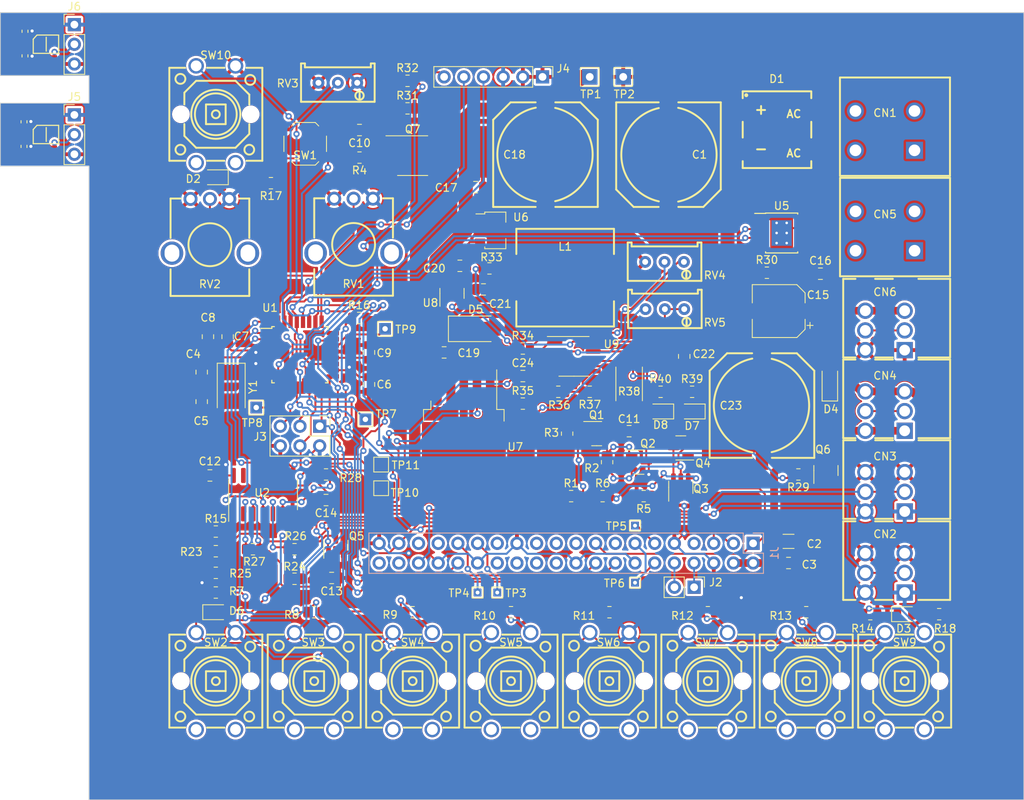
<source format=kicad_pcb>
(kicad_pcb (version 20221018) (generator pcbnew)
  (layers (0 "F.Cu" signal) (31 "B.Cu" signal) (34 "B.Paste" user) (35 "F.Paste" user) (36 "B.SilkS" user "B.Silkscreen") (37 "F.SilkS" user "F.Silkscreen") (38 "B.Mask" user) (39 "F.Mask" user) (44 "Edge.Cuts" user))
  (net 0 "")
  (net 1 "24VDC")
  (net 2 "GND")
  (net 3 "5V-RPi")
  (net 4 "Net-(U1-XTAL1{slash}PB6)")
  (net 5 "3.3V-uC")
  (net 6 "Net-(U1-XTAL2{slash}PB7)")
  (net 7 "Net-(U1-AREF)")
  (net 8 "Net-(J4-Pin_6)")
  (net 9 "/~{RST}")
  (net 10 "/24VAC-1")
  (net 11 "/24VAC-2")
  (net 12 "/Drivers/Lamp-GND")
  (net 13 "Net-(D6-A)")
  (net 14 "/SCL")
  (net 15 "/MISO")
  (net 16 "/MOSI")
  (net 17 "/SCK")
  (net 18 "/RX")
  (net 19 "/TX")
  (net 20 "Net-(D4-A)")
  (net 21 "Net-(D2-A)")
  (net 22 "Net-(U7-VC)")
  (net 23 "Net-(U6-OUT)")
  (net 24 "/D9")
  (net 25 "/D8")
  (net 26 "Net-(U3-A)")
  (net 27 "/uC-Power")
  (net 28 "Net-(U8-K)")
  (net 29 "Net-(U5-ILIM)")
  (net 30 "/D4")
  (net 31 "Net-(U9A--)")
  (net 32 "Net-(Q3A-B1)")
  (net 33 "Net-(Q3B-C2)")
  (net 34 "/A0")
  (net 35 "Net-(Q5-B)")
  (net 36 "unconnected-(CN6-Pad2)")
  (net 37 "/A1")
  (net 38 "/A2")
  (net 39 "/A3")
  (net 40 "/A6")
  (net 41 "/D2")
  (net 42 "/D3")
  (net 43 "Net-(D3-A)")
  (net 44 "Net-(D5-K)")
  (net 45 "Net-(D6-K)")
  (net 46 "/D6")
  (net 47 "/D5")
  (net 48 "Net-(D7-K)")
  (net 49 "Net-(D7-A)")
  (net 50 "Net-(Q1-G)")
  (net 51 "Net-(D8-K)")
  (net 52 "3.3V-RPi")
  (net 53 "Net-(CN2-Pad2)")
  (net 54 "/GPIO26")
  (net 56 "unconnected-(CN4-Pad2)")
  (net 57 "Net-(J1-Pin_8)")
  (net 58 "Net-(J1-Pin_10)")
  (net 59 "/Drivers/Mot-A")
  (net 60 "/Drivers/Mot-B")
  (net 61 "Net-(J1-Pin_11)")
  (net 62 "Net-(J1-Pin_13)")
  (net 63 "unconnected-(J1-Pin_15-Pad15)")
  (net 72 "Net-(J1-Pin_29)")
  (net 73 "Net-(J1-Pin_31)")
  (net 78 "Net-(J5-Pin_2)")
  (net 79 "Net-(J6-Pin_2)")
  (net 80 "Net-(Q1-D)")
  (net 81 "/Zero Voltage Diode/K")
  (net 82 "Net-(Q5-C)")
  (net 83 "Net-(Q6-B)")
  (net 84 "Net-(Q7-G)")
  (net 101 "Net-(R23-Pad2)")
  (net 102 "Net-(R7-Pad2)")
  (net 103 "Net-(R8-Pad2)")
  (net 104 "Net-(R10-Pad1)")
  (net 105 "Net-(R11-Pad2)")
  (net 106 "Net-(R12-Pad2)")
  (net 107 "Net-(R13-Pad2)")
  (net 108 "Net-(U4-A)")
  (net 109 "Net-(R27-Pad1)")
  (net 110 "Net-(R28-Pad1)")
  (net 111 "Net-(R34-Pad2)")
  (net 112 "Net-(U9B-+)")
  (net 113 "Net-(U9A-+)")
  (net 116 "Net-(U1-PB2)")
  (net 117 "Net-(U1-PD7)")
  (net 118 "Net-(U1-ADC7)")
  (net 119 "Net-(C14-Pad1)")
  (net 120 "Net-(C13-Pad1)")
  (net 121 "Net-(C22-Pad1)")
  (footprint "easyeda2kicad:KEY-TH_4P-L12.0-W12.0-P5.0-LS12.5-EH-small" (layer "F.Cu") (at 175.123593 142.159763)
    (fp_text reference "SW5")
    (fp_text value "<")
  )
  (footprint "TestPoint:TestPoint_THTPad_1.5x1.5mm_Drill0.7mm" (layer "F.Cu") (at 156.327593 108.377763)
    (fp_text reference "TP7")
    (fp_text value "D10")
  )
  (footprint "easyeda2kicad:CONN-TH_3P-P2.54_KF141R-2.54-3P" (layer "F.Cu") (at 223.393 117.729 90)
    (fp_text reference "CN3")
    (fp_text value "Film End Eye")
  )
  (footprint "Capacitor_SMD:C_0805_2012Metric" (layer "F.Cu") (at 136.261593 115.619763 180)
    (fp_text reference "C12")
    (fp_text value "100n")
  )
  (footprint "easyeda2kicad:CONN-TH_3P-P2.54_KF141R-2.54-3P" (layer "F.Cu") (at 223.383593 107.315 90)
    (fp_text reference "CN4")
    (fp_text value "Fan")
  )
  (footprint "easyeda2kicad:RES-ADJ-TH_3P-L10.0-W10.0-P2.50-L" (layer "F.Cu") (at 194.975593 94.153763 180)
    (fp_text reference "RV5")
    (fp_text value "10K")
  )
  (footprint "Diode_SMD:D_SMA" (layer "F.Cu") (at 170.551593 96.693763)
    (fp_text reference "D5")
    (fp_text value "SS54")
  )
  (footprint "Button_Switch_SMD:SW_Push_1P1T_XKB_TS-1187A" (layer "F.Cu") (at 148.557093 72.817763 180)
    (fp_text reference "SW1")
    (fp_text value "Reset")
  )
  (footprint "Capacitor_SMD:C_0805_2012Metric" (layer "F.Cu") (at 136.007593 97.709763 90)
    (fp_text reference "C8")
    (fp_text value "100n")
  )
  (footprint "Resistor_SMD:R_2512_6332Metric" (layer "F.Cu") (at 190.363593 103.805763 90)
    (fp_text reference "R38")
    (fp_text value "0.05R")
  )
  (footprint "Resistor_SMD:R_0805_2012Metric" (layer "F.Cu") (at 176.647593 106.345763)
    (fp_text reference "R35")
    (fp_text value "270R")
  )
  (footprint "TestPoint:TestPoint_THTPad_2.0x2.0mm_Drill1.0mm" (layer "F.Cu") (at 185.283593 64.181763 180)
    (fp_text reference "TP1")
    (fp_text value "24V")
  )
  (footprint "Resistor_SMD:R_0805_2012Metric" (layer "F.Cu") (at 200.523593 133.269763)
    (fp_text reference "R12")
    (fp_text value "47K")
  )
  (footprint "LED_SMD:LED_0805_2012Metric" (layer "F.Cu") (at 198.491593 107.361763 180)
    (fp_text reference "D7")
    (fp_text value "LED (ye)")
  )
  (footprint "Package_SO:SOIC-8_3.9x4.9mm_P1.27mm" (layer "F.Cu") (at 162.423593 74.341763)
    (fp_text reference "Q7")
    (fp_text value "IRF7470")
  )
  (footprint "Package_TO_SOT_SMD:SOT-89-3" (layer "F.Cu") (at 173.091593 83.993763)
    (fp_text reference "U6")
    (fp_text value "78L05")
  )
  (footprint "easyeda2kicad:KEY-TH_4P-L12.0-W12.0-P5.0-LS12.5-EH-small" (layer "F.Cu") (at 162.423593 142.159763)
    (fp_text reference "SW4")
    (fp_text value "<<")
  )
  (footprint "Resistor_SMD:R_0805_2012Metric" (layer "F.Cu") (at 187.823593 133.269763)
    (fp_text reference "R11")
    (fp_text value "100K")
  )
  (footprint "Capacitor_SMD:C_0805_2012Metric" (layer "F.Cu") (at 166.487593 99.741763)
    (fp_text reference "C19")
    (fp_text value "1u")
  )
  (footprint "Resistor_SMD:R_0805_2012Metric" (layer "F.Cu") (at 182.88 118.283763)
    (fp_text reference "R1")
    (fp_text value "220R")
  )
  (footprint "Capacitor_SMD:C_0805_2012Metric" (layer "F.Cu") (at 151.247593 118.791763 180)
    (fp_text reference "C14")
    (fp_text value "100n")
  )
  (footprint "Resistor_SMD:R_0805_2012Metric" (layer "F.Cu") (at 161.765093 64.689763)
    (fp_text reference "R32")
    (fp_text value "150R")
  )
  (footprint "Resistor_SMD:R_0805_2012Metric" (layer "F.Cu") (at 155.520593 95.296763)
    (fp_text reference "R16")
    (fp_text value "100K")
  )
  (footprint "TestPoint:TestPoint_Pad_1.5x1.5mm" (layer "F.Cu") (at 158.359593 114.219763 90)
    (fp_text reference "TP11")
    (fp_text value "Film End")
  )
  (footprint "Connector_PinHeader_2.54mm:PinHeader_1x02_P2.54mm_Vertical" (layer "F.Cu") (at 198.750593 130.048 -90)
    (fp_text reference "J2")
    (fp_text value "Raspi UART")
  )
  (footprint "easyeda2kicad:KEY-TH_4P-L12.0-W12.0-P5.0-LS12.5-EH-small" (layer "F.Cu") (at 149.723593 142.159763)
    (fp_text reference "SW3")
    (fp_text value "Zoom")
  )
  (footprint "LED_SMD:LED_0805_2012Metric" (layer "F.Cu") (at 194.427593 107.361763 180)
    (fp_text reference "D8")
    (fp_text value "LED (ye)")
  )
  (footprint "Resistor_SMD:R_0805_2012Metric" (layer "F.Cu") (at 162.423593 133.269763)
    (fp_text reference "R9")
    (fp_text value "22K")
  )
  (footprint "Capacitor_SMD:C_0805_2012Metric" (layer "F.Cu") (at 168.519593 88.565763)
    (fp_text reference "C20")
    (fp_text value "1u")
  )
  (footprint "Package_TO_SOT_SMD:SOT-23" (layer "F.Cu") (at 191.633593 113.904763)
    (fp_text reference "Q2")
    (fp_text value "IRLML6402")
  )
  (footprint "Connector_PinHeader_2.54mm:PinHeader_1x03_P2.54mm_Vertical" (layer "F.Cu") (at 118.7685 57.436)
    (fp_text reference "J6")
    (fp_text value "Film End Eye")
  )
  (footprint "Capacitor_SMD:C_1206_3216Metric" (layer "F.Cu") (at 210.937593 124.125763)
    (fp_text reference "C2")
    (fp_text value "47u")
  )
  (footprint "LED_SMD:LED_0805_2012Metric" (layer "F.Cu") (at 137.023593 133.269763)
    (fp_text reference "D6")
    (fp_text value "LED (wh)")
  )
  (footprint "Resistor_SMD:R_0805_2012Metric" (layer "F.Cu") (at 161.765093 68.245763)
    (fp_text reference "R31")
    (fp_text value "47K")
  )
  (footprint "Resistor_SMD:R_0805_2012Metric" (layer "F.Cu") (at 137.023593 130.729763)
    (fp_text reference "R7")
    (fp_text value "100K")
  )
  (footprint "Diode_SMD:D_SOD-123F" (layer "F.Cu") (at 216.271593 103.805763 90)
    (fp_text reference "D4")
    (fp_text value "1N4007")
  )
  (footprint "Connector_PinHeader_2.54mm:PinHeader_1x06_P2.54mm_Vertical" (layer "F.Cu") (at 179.187593 64.181763 -90)
    (fp_text reference "J4")
    (fp_text value "FTDI")
  )
  (footprint "Resistor_SMD:R_0805_2012Metric" (layer "F.Cu") (at 137.023593 128.189763)
    (fp_text reference "R25")
    (fp_text value "3K")
  )
  (footprint "Connector_PinHeader_2.54mm:PinHeader_2x03_P2.54mm_Vertical" (layer "F.Cu") (at 150.425593 109.261763 -90)
    (fp_text reference "J3")
    (fp_text value "ICSP")
  )
  (footprint "easyeda2kicad:CONN-TH_2P-P5.08_KF142R-5.08-2P" (layer "F.Cu") (at 223.393 84.074 90)
    (fp_text reference "CN5")
    (fp_text value "Motor")
  )
  (footprint "Resistor_SMD:R_0805_2012Metric" (layer "F.Cu") (at 221.488 133.523763)
    (fp_text reference "R14")
    (fp_text value "10K")
  )
  (footprint "TestPoint:TestPoint_THTPad_1.5x1.5mm_Drill0.7mm" (layer "F.Cu") (at 142.24 106.853763)
    (fp_text reference "TP8")
    (fp_text value "D7")
  )
  (footprint "Resistor_SMD:R_0805_2012Metric" (layer "F.Cu") (at 137.023593 122.855763)
    (fp_text reference "R15")
    (fp_text value "100K")
  )
  (footprint "Package_TO_SOT_SMD:SOT-23" (layer "F.Cu") (at 197.033593 112.066263 180)
    (fp_text reference "Q4")
    (fp_text value "DMG2305UX")
  )
  (footprint "easyeda2kicad:RES-ADJ-TH_3P-L10.0-W10.0-P2.50-L" (layer "F.Cu") (at 152.771593 64.943763 180)
    (fp_text reference "RV3")
    (fp_text value "10K")
  )
  (footprint "Package_TO_SOT_SMD:SOT-23" (layer "F.Cu") (at 215.763593 114.981763 90)
    (fp_text reference "Q6")
    (fp_text value "SS8050")
  )
  (footprint "easyeda2kicad:RES-ADJ-TH_RK09K1130AJ3" (layer "F.Cu") (at 154.803593 83.399263 180)
    (fp_text reference "RV1")
    (fp_text value "10K")
  )
  (footprint "Resistor_SMD:R_0402_1005Metric" (layer "F.Cu") (at 112.268 69.977 -90)
    (fp_text reference "R19" hide)
    (fp_text value "100R")
  )
  (footprint "Resistor_SMD:R_0805_2012Metric" (layer "F.Cu") (at 185.283593 104.821763 180)
    (fp_text reference "R37")
    (fp_text value "10K")
  )
  (footprint "Resistor_SMD:R_0805_2012Metric" (layer "F.Cu") (at 175.123593 133.269763)
    (fp_text reference "R10")
    (fp_text value "10K")
  )
  (footprint "Resistor_SMD:R_0805_2012Metric" (layer "F.Cu") (at 182.362593 110.221763 90)
    (fp_text reference "R3")
    (fp_text value "47K")
  )
  (footprint "Resistor_SMD:R_0805_2012Metric" (layer "F.Cu") (at 155.565593 74.595763 180)
    (fp_text reference "R4")
    (fp_text value "10K")
  )
  (footprint "Resistor_SMD:R_0805_2012Metric" (layer "F.Cu") (at 194.427593 104.821763)
    (fp_text reference "R40")
    (fp_text value "1K")
  )
  (footprint "Capacitor_SMD:C_0805_2012Metric" (layer "F.Cu") (at 170.551593 78.405763)
    (fp_text reference "C17")
    (fp_text value "10u")
  )
  (footprint "Capacitor_SMD:C_0805_2012Metric" (layer "F.Cu") (at 210.937593 126.919763)
    (fp_text reference "C3")
    (fp_text value "100n")
  )
  (footprint "Resistor_SMD:R_0805_2012Metric" (layer "F.Cu") (at 230.378 133.523763 180)
    (fp_text reference "R18")
    (fp_text value "300R")
  )
  (footprint "LED_SMD:LED_0805_2012Metric" (layer "F.Cu") (at 136.945093 77.135763 180)
    (fp_text reference "D2")
    (fp_text value "Power (gr)")
  )
  (footprint "Resistor_SMD:R_0402_1005Metric" (layer "F.Cu") (at 112.395 61.468 90)
    (fp_text reference "R22" hide)
    (fp_text value "47K")
  )
  (footprint "Capacitor_SMD:CP_Elec_6.3x7.7" (layer "F.Cu") (at 209.667593 94.407763 180)
    (fp_text reference "C15")
    (fp_text value "22u")
  )
  (footprint "Capacitor_SMD:C_0805_2012Metric" (layer "F.Cu") (at 176.647593 102.789763)
    (fp_text reference "C24")
    (fp_text value "1u")
  )
  (footprint "Capacitor_SMD:C_0805_2012Metric" (layer "F.Cu") (at 197.475593 100.249763 -90)
    (fp_text reference "C22")
    (fp_text value "10u")
  )
  (footprint "easyeda2kicad:KEY-TH_4P-L12.0-W12.0-P5.0-LS12.5-EH-small" (layer "F.Cu") (at 225.923593 142.159763)
    (fp_text reference "SW9")
    (fp_text value "Rec")
  )
  (footprint "Capacitor_SMD:C_0805_2012Metric" (layer "F.Cu") (at 156.790593 99.741763 90)
    (fp_text reference "C9")
    (fp_text value "100n")
  )
  (footprint "Resistor_SMD:R_0805_2012Metric" (layer "F.Cu") (at 137.023593 125.395763 180)
    (fp_text reference "R23")
    (fp_text value "470K")
  )
  (footprint "TestPoint:TestPoint_THTPad_1.0x1.0mm_Drill0.5mm" (layer "F.Cu") (at 173.345593 130.729763 90)
    (fp_text reference "TP3")
    (fp_text value "GPIO5")
  )
  (footprint "easyeda2kicad:CONN-TH_2P-P5.08_KF142R-5.08-2P" (layer "F.Cu") (at 223.383593 71.12 90)
    (fp_text reference "CN1")
    (fp_text value "24V in")
  )
  (footprint "Capacitor_SMD:C_0805_2012Metric" (layer "F.Cu") (at 156.790593 103.871763 -90)
    (fp_text reference "C6")
    (fp_text value "100n")
  )
  (footprint "Package_SO:SOIC-14_3.9x8.7mm_P1.27mm" (layer "F.Cu") (at 143.119593 118.094763 90)
    (fp_text reference "U2")
    (fp_text value "74LVC14")
  )
  (footprint "TestPoint:TestPoint_THTPad_1.0x1.0mm_Drill0.5mm" (layer "F.Cu") (at 191.125593 129.459763 90)
    (fp_text reference "TP6")
    (fp_text value "GPIO27")
  )
  (footprint "easyeda2kicad:KEY-TH_4P-L12.0-W12.0-P5.0-LS12.5-EH-small" (layer "F.Cu") (at 213.223593 142.159763)
    (fp_text reference "SW8")
    (fp_text value ">>")
  )
  (footprint "Capacitor_SMD:C_0805_2012Metric" (layer "F.Cu") (at 135.200593 102.281763 90)
    (fp_text reference "C4")
    (fp_text value "22p")
  )
  (footprint "TestPoint:TestPoint_THTPad_1.5x1.5mm_Drill0.7mm" (layer "F.Cu") (at 158.867593 96.693763)
    (fp_text reference "TP9")
    (fp_text value "A7")
  )
  (footprint "Resistor_SMD:R_0805_2012Metric" (layer "F.Cu") (at 181.219593 104.821763)
    (fp_text reference "R36")
    (fp_text value "90K9")
  )
  (footprint "easyeda2kicad:CAP-SMD_BD12.5-L13.0-W13.0-RD" (layer "F.Cu") (at 207.508593 106.599763 90)
    (fp_text reference "C23")
    (fp_text value "470u")
  )
  (footprint "TestPoint:TestPoint_THTPad_1.0x1.0mm_Drill0.5mm" (layer "F.Cu") (at 170.805593 130.729763 90)
    (fp_text reference "TP4")
    (fp_text value "GPIO6")
  )
  (footprint "Resistor_SMD:R_0805_2012Metric" (layer "F.Cu") (at 212.207593 115.489763 180)
    (fp_text reference "R29")
    (fp_text value "2K2")
  )
  (footprint "easyeda2kicad:DIO-BG-TH_TTF" (layer "F.Cu") (at 209.423 70.993)
    (fp_text reference "D1")
    (fp_text value "TTR5MF")
  )
  (footprint "easyeda2kicad:IND-SMD_L13.8-W12.6_YSPI13XX" (layer "F.Cu") (at 182.108593 90.089763)
    (fp_text reference "L1")
    (fp_text value "47uH")
  )
  (footprint "Package_TO_SOT_SMD:SOT-23-6" (layer "F.Cu") (at 197.033593 117.146263 90)
    (fp_text reference "Q3")
    (fp_text value "DMMT5401")
  )
  (footprint "Peacemans_Footprints:QRE1113GR-slim" (layer "F.Cu") (at 114.9585 59.976 -90)
    (fp_text reference "U4" hide)
    (fp_text value "QRE1113")
  )
  (footprint "Resistor_SMD:R_0805_2012Metric" (layer "F.Cu") (at 147.183593 125.141763)
    (fp_text reference "R26")
    (fp_text value "3K")
  )
  (footprint "Package_SO:Texas_HTSOP-8-1EP_3.9x4.9mm_P1.27mm_EP2.95x4.9mm_Mask2.4x3.1mm_ThermalVias" (layer "F.Cu") (at 210.048593 84.328)
    (fp_text reference "U5")
    (fp_text value "DRV8871DDA")
  )
  (footprint "Resistor_SMD:R_0805_2012Metric" (layer "F.Cu") (at 186.944 118.283763)
    (fp_text reference "R6")
    (fp_text value "47K")
  )
  (footprint "easyeda2kicad:KEY-TH_4P-L12.0-W12.0-P5.0-LS12.5-EH-small" (layer "F.Cu") (at 137.023593 69.007763)
    (fp_text reference "SW10")
    (fp_text value "Power")
  )
  (footprint "easyeda2kicad:CAP-SMD_BD12.5-L13.0-W13.0-RD" (layer "F.Cu") (at 179.568593 74.214763 90)
    (fp_text reference "C18")
    (fp_text value "470u")
  )
  (footprint "Package_TO_SOT_SMD:SOT-23" (layer "F.Cu") (at 167.503593 92.121763 90)
    (fp_text reference "U8")
    (fp_text value "TL431")
  )
  (footprint "Resistor_SMD:R_0805_2012Metric" (layer "F.Cu") (at 198.491593 104.821763)
    (fp_text reference "R39")
    (fp_text value "1K")
  )
  (footprint "easyeda2kicad:CONN-TH_3P-P2.54_KF141R-2.54-3P" (layer "F.Cu") (at 223.383593 96.901 90)
    (fp_text reference "CN6")
    (fp_text value "Lamp")
  )
  (footprint "Resistor_SMD:R_0805_2012Metric" (layer "F.Cu") (at 213.223593 133.269763)
    (fp_text reference "R13")
    (fp_text value "22K")
  )
  (footprint "Package_SO:SOIC-8_3.9x4.9mm_P1.27mm" (layer "F.Cu") (at 183.251593 100.249763)
    (fp_text reference "U9")
    (fp_text value "LM358")
  )
  (footprint "easyeda2kicad:CONN-TH_3P-P2.54_KF141R-2.54-3P" (layer "F.Cu") (at 223.383593 128.189763 90)
    (fp_text reference "CN2")
    (fp_text value "Shaft Eye")
  )
  (footprint "easyeda2kicad:KEY-TH_4P-L12.0-W12.0-P5.0-LS12.5-EH-small" (layer "F.Cu") (at 137.023593 142.159763)
    (fp_text reference "SW2")
    (fp_text value "Lamp")
  )
  (footprint "Resistor_SMD:R_0805_2012Metric" (layer "F.Cu") (at 149.723593 133.269763)
    (fp_text reference "R8")
    (fp_text value "47K")
  )
  (footprint "easyeda2kicad:KEY-TH_4P-L12.0-W12.0-P5.0-LS12.5-EH-small" (layer "F.Cu") (at 187.823593 142.159763)
    (fp_text reference "SW6")
    (fp_text value "Stop")
  )
  (footprint "easyeda2kicad:KEY-TH_4P-L12.0-W12.0-P5.0-LS12.5-EH-small" (layer "F.Cu") (at 200.523593 142.159763)
    (fp_text reference "SW7")
    (fp_text value ">")
  )
  (footprint "Capacitor_SMD:C_0805_2012Metric" (layer "F.Cu") (at 135.200593 106.091763 90)
    (fp_text reference "C5")
    (fp_text value "22p")
  )
  (footprint "Resistor_SMD:R_0805_2012Metric" (layer "F.Cu") (at 176.647593 99.233763)
    (fp_text reference "R34")
    (fp_text value "71K5")
  )
  (footprint "Crystal:Crystal_SMD_5032-2Pin_5.0x3.2mm" (layer "F.Cu") (at 139.010593 104.186763 -90)
    (fp_text reference "Y1")
    (fp_text value "8MHz")
  )
  (footprint "Package_QFP:TQFP-32_7x7mm_P0.8mm" (layer "F.Cu") (at 147.875593 100.036763)
    (fp_text reference "U1")
    (fp_text value "ATmega328P")
  )
  (footprint "easyeda2kicad:CAP-SMD_BD12.5-L13.0-W13.0-RD" (layer "F.Cu") (at 195.443593 74.214763 -90)
    (fp_text reference "C1")
    (fp_text value "470u")
  )
  (footprint "Resistor_SMD:R_0805_2012Metric" (layer "F.Cu") (at 187.521093 113.904763 90)
    (fp_text reference "R2")
    (fp_text value "10K")
  )
  (footprint "Capacitor_SMD:C_0805_2012Metric" (layer "F.Cu") (at 190.363593 109.901763 180)
    (fp_text reference "C11")
    (fp_text value "100n")
  )
  (footprint "Resistor_SMD:R_0805_2012Metric" (layer "F.Cu") (at 208.143593 89.454763)
    (fp_text reference "R30")
    (fp_text value "30K")
  )
  (footprint "Resistor_SMD:R_0805_2012Metric" (layer "F.Cu") (at 147.183593 128.951763 180)
    (fp_text reference "R24")
    (fp_text value "470K")
  )
  (footprint "TestPoint:TestPoint_Pad_1.5x1.5mm" (layer "F.Cu") (at 158.359593 117.267763 90)
    (fp_text reference "TP10")
    (fp_text value "Main Shaft")
  )
  (footprint "TestPoint:TestPoint_THTPad_2.0x2.0mm_Drill1.0mm" (layer "F.Cu") (at 189.601593 64.181763 180)
    (fp_text reference "TP2")
    (fp_text value "GND")
  )
  (footprint "Capacitor_SMD:C_0805_2012Metric" (layer "F.Cu") (at 138.547593 97.709763 90)
    (fp_text reference "C7")
    (fp_text value "100n")
  )
  (footprint "Resistor_SMD:R_0402_1005Metric" (layer "F.Cu") (at 112.268 73.152 90)
    (fp_text reference "R21" hide)
    (fp_text value "47K")
  )
  (footprint "Resistor_SMD:R_0805_2012Metric" (layer "F.Cu") (at 172.339 88.9)
    (fp_text reference "R33")
    (fp_text value "2K2")
  )
  (footprint "Package_TO_SOT_SMD:SOT-23" (layer "F.Cu") (at 186.172593 110.221763)
    (fp_text reference "Q1")
    (fp_text value "IRLML2502")
  )
  (footprint "Capacitor_SMD:C_0805_2012Metric" (layer "F.Cu") (at 155.565593 71.039763 180)
    (fp_text reference "C10")
    (fp_text value "100n")
  )
  (footprint "Resistor_SMD:R_0805_2012Metric" (layer "F.Cu") (at 144.135593 77.897763 180)
    (fp_text reference "R17")
    (fp_text value "220R")
  )
  (footprint "Package_TO_SOT_SMD:SOT-23" (layer "F.Cu") (at 152.517593 124.633763 90)
    (fp_text reference "Q5")
    (fp_text value "SS8050")
  )
  (footprint "Package_TO_SOT_SMD:TO-263-5_TabPin3" (layer "F.Cu") (at 169.027593 111.933763 -90)
    (fp_text reference "U7")
    (fp_text value "XL4015")
  )
  (footprint "easyeda2kicad:RES-ADJ-TH_RK09K1130AJ3" (layer "F.Cu") (at 136.261593 83.429763 180)
    (fp_text reference "RV2")
    (fp_text value "10K")
  )
  (footprint "Capacitor_SMD:C_0805_2012Metric" (layer "F.Cu") (at 151.972093 128.851763)
    (fp_text reference "C13")
    (fp_text value "100n")
  )
  (footprint "Resistor_SMD:R_0805_2012Metric" (layer "F.Cu") (at 151.247593 115.489763 180)
    (fp_text reference "R28")
    (fp_text value "3K3")
  )
  (footprint "Peacemans_Footprints:QRE1113GR-slim" (layer "F.Cu") (at 114.9585 71.628 -90)
    (fp_text reference "U3" hide)
    (fp_text value "QRE1113")
  )
  (footprint "Resistor_SMD:R_0805_2012Metric" (layer "F.Cu") (at 141.812093 125.141763)
    (fp_text reference "R27")
    (fp_text value "3K3")
  )
  (footprint "Connector_PinHeader_2.54mm:PinHeader_1x03_P2.54mm_Vertical" (layer "F.Cu") (at 118.7685 69.088)
    (fp_text reference "J5")
    (fp_text value "Shaft Eye")
  )
  (footprint "TestPoint:TestPoint_THTPad_1.0x1.0mm_Drill0.5mm" (layer "F.Cu") (at 191.125593 122.093763 90)
    (fp_text reference "TP5")
    (fp_text value "GPIO17")
  )
  (footprint "Resistor_SMD:R_0402_1005Metric" (layer "F.Cu") (at 112.395 58.293 -90)
    (fp_text reference "R20" hide)
    (fp_text value "100R")
  )
  (footprint "easyeda2kicad:RES-ADJ-TH_3P-L10.0-W10.0-P2.50-L" (layer "F.Cu") (at 194.935593 88.057763 180)
    (fp_text reference "RV4")
    (fp_text value "10K")
  )
  (footprint "Capacitor_SMD:C_0805_2012Metric" (layer "F.Cu") (at 215.052393 89.581763)
    (fp_text reference "C16")
    (fp_text value "100n")
  )
  (footprint "LED_SMD:LED_0805_2012Metric" (layer "F.Cu") (at 225.923593 133.523763)
    (fp_text reference "D3")
    (fp_text value "Film End (re)")
  )
  (footprint "Capacitor_SMD:C_0805_2012Metric" (layer "F.Cu") (at 171.567593 91.613763)
    (fp_text reference "C21")
    (fp_text value "1u")
  )
  (footprint "Resistor_SMD:R_0805_2012Metric" (layer "F.Cu") (at 192.245093 118.283763 180)
    (fp_text reference "R5")
    (fp_text value "10K")
  )
  (footprint "Connector_PinSocket_2.54mm:PinSocket_2x20_P2.54mm_Vertical" (layer "B.Cu") (at 206.365593 124.379763 90)
    (fp_text reference "J1")
    (fp_text value "Raspi GPIO")
  )
  (gr_line (start 120.65 67.564) (end 109.22 67.564) (stroke (width 0.1)) (layer "Edge.Cuts"))
  (gr_line (start 109.22 67.564) (end 109.22 75.692) (stroke (width 0.1)) (layer "Edge.Cuts"))
  (gr_line (start 109.22 64.008) (end 120.65 64.008) (stroke (width 0.1)) (layer "Edge.Cuts"))
  (gr_line (start 109.22 55.88) (end 109.22 64.008) (stroke (width 0.1)) (layer "Edge.Cuts"))
  (gr_line (start 109.22 55.88) (end 121.92 55.88) (stroke (width 0.1)) (layer "Edge.Cuts"))
  (gr_line (start 241.3 55.88) (end 241.3 157.48) (stroke (width 0.1)) (layer "Edge.Cuts"))
  (gr_line (start 120.65 64.008) (end 120.65 67.564) (stroke (width 0.1)) (layer "Edge.Cuts"))
  (gr_line (start 109.22 75.692) (end 120.65 75.692) (stroke (width 0.1)) (layer "Edge.Cuts"))
  (gr_line (start 121.92 55.88) (end 241.3 55.88) (stroke (width 0.1)) (layer "Edge.Cuts"))
  (gr_line (start 120.65 75.692) (end 120.65 157.48) (stroke (width 0.1)) (layer "Edge.Cuts"))
  (gr_line (start 241.3 157.48) (end 120.65 157.48) (stroke (width 0.1)) (layer "Edge.Cuts"))
  (segment (start 196.628593 81.199763) (end 202.428593 81.199763) (width 1.8) (layer "F.Cu") (net 1))
  (segment (start 180.034593 68.414763) (end 184.267593 64.181763) (width 1.8) (layer "F.Cu") (net 1))
  (segment (start 195.443593 80.014763) (end 196.628593 81.199763) (width 1.8) (layer "F.Cu") (net 1))
  (segment (start 203.745593 91.406763) (end 209.366593 91.406763) (width 1.8) (layer "F.Cu") (net 1))
  (segment (start 191.168593 80.014763) (end 195.443593 80.014763) (width 1.8) (layer "F.Cu") (net 1))
  (segment (start 203.063593 80.564763) (end 203.063593 90.724763) (width 1.8) (layer "F.Cu") (net 1))
  (segment (start 184.267593 64.181763) (end 185.283593 64.181763) (width 1.8) (layer "F.Cu") (net 1))
  (segment (start 164.987593 105.329763) (end 164.987593 91.843763) (width 1.8) (layer "F.Cu") (net 1))
  (segment (start 179.568593 68.414763) (end 191.168593 80.014763) (width 1.8) (layer "F.Cu") (net 1))
  (segment (start 169.281593 69.515763) (end 170.382593 68.414763) (width 1.8) (layer "F.Cu") (net 1))
  (segment (start 202.428593 81.199763) (end 203.063593 80.564763) (width 1.8) (layer "F.Cu") (net 1))
  (segment (start 207.508593 76.119763) (end 207.508593 70.404763) (width 1.8) (layer "F.Cu") (net 1))
  (segment (start 179.568593 68.414763) (end 180.034593 68.414763) (width 1.8) (layer "F.Cu") (net 1))
  (segment (start 207.508593 70.404763) (end 205.54683 68.443) (width 1.8) (layer "F.Cu") (net 1))
  (segment (start 205.54683 68.443) (end 205.073 68.443) (width 1.8) (layer "F.Cu") (net 1))
  (segment (start 165.471593 87.803763) (end 169.281593 83.993763) (width 1.8) (layer "F.Cu") (net 1))
  (segment (start 169.559593 82.493763) (end 171.141593 82.493763) (width 1) (layer "F.Cu") (net 1))
  (segment (start 209.366593 91.406763) (end 211.48263 93.5228) (width 1.8) (layer "F.Cu") (net 1))
  (segment (start 165.471593 91.359763) (end 165.471593 87.803763) (width 1.8) (layer "F.Cu") (net 1))
  (segment (start 170.382593 68.414763) (end 179.568593 68.414763) (width 1.8) (layer "F.Cu") (net 1))
  (segment (start 169.281593 83.993763) (end 169.281593 69.515763) (width 1.8) (layer "F.Cu") (net 1))
  (segment (start 165.537593 104.779763) (end 165.537593 99.741763) (width 1) (layer "F.Cu") (net 1))
  (segment (start 164.987593 91.843763) (end 165.471593 91.359763) (width 1.8) (layer "F.Cu") (net 1))
  (segment (start 203.063593 90.724763) (end 203.745593 91.406763) (width 1.8) (layer "F.Cu") (net 1))
  (segment (start 211.48263 93.5228) (end 212.598 93.5228) (width 1.8) (layer "F.Cu") (net 1))
  (segment (start 203.063593 80.564763) (end 207.508593 76.119763) (width 1.8) (layer "F.Cu") (net 1))
  (segment (start 164.455593 125.649763) (end 165.725593 126.919763) (width 0.25) (layer "F.Cu") (net 2))
  (segment (start 196.205593 124.379763) (end 197.475593 123.109763) (width 0.25) (layer "F.Cu") (net 2))
  (segment (start 197.348593 68.414763) (end 195.443593 68.414763) (width 1.8) (layer "F.Cu") (net 2))
  (segment (start 211.333593 83.693) (end 210.698593 84.328) (width 0.25) (layer "F.Cu") (net 2))
  (segment (start 205.073 73.543) (end 202.47683 73.543) (width 1.8) (layer "F.Cu") (net 2))
  (segment (start 177.038 123.227356) (end 177.038 123.19) (width 0.25) (layer "F.Cu") (net 2))
  (segment (start 224.986093 133.523763) (end 222.4005 133.523763) (width 0.25) (layer "F.Cu") (net 2))
  (segment (start 192.602593 119.553763) (end 191.332593 118.283763) (width 0.25) (layer "F.Cu") (net 2))
  (segment (start 144.425593 100.436763) (end 144.750593 100.111763) (width 0.25) (layer "F.Cu") (net 2))
  (segment (start 144.750593 99.131763) (end 144.455593 98.836763) (width 0.25) (layer "F.Cu") (net 2))
  (segment (start 144.750593 100.111763) (end 144.750593 99.131763) (width 0.25) (layer "F.Cu") (net 2))
  (segment (start 197.475593 119.553763) (end 192.602593 119.553763) (width 0.25) (layer "F.Cu") (net 2))
  (segment (start 143.625593 100.436763) (end 144.425593 100.436763) (width 0.25) (layer "F.Cu") (net 2))
  (segment (start 144.455593 98.836763) (end 143.625593 98.836763) (width 0.25) (layer "F.Cu") (net 2))
  (segment (start 212.923593 83.693) (end 211.333593 83.693) (width 0.25) (layer "F.Cu") (net 2))
  (segment (start 161.915593 125.649763) (end 164.455593 125.649763) (width 0.25) (layer "F.Cu") (net 2))
  (segment (start 202.47683 73.543) (end 197.348593 68.414763) (width 1.8) (layer "F.Cu") (net 2))
  (via (at 197.475593 119.553763) (size 0.8) (drill 0.4) (layers "F.Cu" "B.Cu") (net 2))
  (via (at 197.475593 123.109763) (size 0.8) (drill 0.4) (layers "F.Cu" "B.Cu") (net 2))
  (via (at 161.915593 125.649763) (size 0.8) (drill 0.4) (layers "F.Cu" "B.Cu") (net 2))
  (segment (start 197.475593 119.553763) (end 197.475593 123.109763) (width 0.25) (layer "B.Cu") (net 2))
  (segment (start 170.805593 126.919763) (end 169.61583 125.73) (width 0.25) (layer "B.Cu") (net 2))
  (segment (start 182.31583 125.73) (end 177.23583 125.73) (width 0.25) (layer "B.Cu") (net 2))
  (segment (start 189.93583 125.73) (end 191.125593 126.919763) (width 0.25) (layer "B.Cu") (net 2))
  (segment (start 184.695356 125.73) (end 189.93583 125.73) (width 0.25) (layer "B.Cu") (net 2))
  (segment (start 166.915356 125.73) (end 165.725593 126.919763) (width 0.25) (layer "B.Cu") (net 2))
  (segment (start 177.23583 125.73) (end 175.885593 124.379763) (width 0.25) (layer "B.Cu") (net 2))
  (segment (start 171.995356 125.73) (end 170.805593 126.919763) (width 0.25) (layer "B.Cu") (net 2))
  (segment (start 175.885593 124.379763) (end 174.535356 125.73) (width 0.25) (layer "B.Cu") (net 2))
  (segment (start 159.375593 125.649763) (end 161.915593 125.649763) (width 0.25) (layer "B.Cu") (net 2))
  (segment (start 200.09583 125.73) (end 197.55583 125.73) (width 0.25) (layer "B.Cu") (net 2))
  (segment (start 183.505593 126.919763) (end 182.31583 125.73) (width 0.25) (layer "B.Cu") (net 2))
  (segment (start 197.55583 125.73) (end 196.205593 124.379763) (width 0.25) (layer "B.Cu") (net 2))
  (segment (start 174.535356 125.73) (end 171.995356 125.73) (width 0.25) (layer "B.Cu") (net 2))
  (segment (start 183.505593 126.919763) (end 184.695356 125.73) (width 0.25) (layer "B.Cu") (net 2))
  (segment (start 169.61583 125.73) (end 166.915356 125.73) (width 0.25) (layer "B.Cu") (net 2))
  (segment (start 158.105593 124.379763) (end 159.375593 125.649763) (width 0.25) (layer "B.Cu") (net 2))
  (segment (start 201.285593 126.919763) (end 200.09583 125.73) (width 0.25) (layer "B.Cu") (net 2))
  (segment (start 209.987593 126.919763) (end 206.365593 126.919763) (width 1) (layer "F.Cu") (net 3))
  (segment (start 209.462593 123.225763) (end 209.075593 122.838763) (width 1) (layer "F.Cu") (net 3))
  (segment (start 209.075593 115.230763) (end 214.451356 109.855) (width 1) (layer "F.Cu") (net 3))
  (segment (start 218.76483 109.855) (end 220.843593 109.855) (width 1) (layer "F.Cu") (net 3))
  (segment (start 216.271593 107.361763) (end 218.76483 109.855) (width 1) (layer "F.Cu") (net 3))
  (segment (start 220.843593 109.855) (end 225.923593 109.855) (width 1) (layer "F.Cu") (net 3))
  (segment (start 209.462593 124.125763) (end 209.462593 123.225763) (width 1) (layer "F.Cu") (net 3))
  (segment (start 209.462593 124.125763) (end 209.462593 126.394763) (width 1) (layer "F.Cu") (net 3))
  (segment (start 216.271593 105.205763) (end 216.271593 107.361763) (width 1) (layer "F.Cu") (net 3))
  (segment (start 209.462593 126.394763) (end 209.987593 126.919763) (width 1) (layer "F.Cu") (net 3))
  (segment (start 209.075593 122.838763) (end 209.075593 115.230763) (width 1) (layer "F.Cu") (net 3))
  (segment (start 214.451356 109.855) (end 220.843593 109.855) (width 1) (layer "F.Cu") (net 3))
  (segment (start 206.365593 126.919763) (end 203.825593 126.919763) (width 1) (layer "F.Cu") (net 3))
  (segment (start 138.005593 101.331763) (end 139.010593 102.336763) (width 0.25) (layer "F.Cu") (net 4))
  (segment (start 143.625593 102.036763) (end 139.310593 102.036763) (width 0.25) (layer "F.Cu") (net 4))
  (segment (start 139.310593 102.036763) (end 139.010593 102.336763) (width 0.25) (layer "F.Cu") (net 4))
  (segment (start 135.200593 101.331763) (end 138.005593 101.331763) (width 0.25) (layer "F.Cu") (net 4))
  (segment (start 189.245767 132.253763) (end 199.101419 132.253763) (width 0.25) (layer "F.Cu") (net 5))
  (segment (start 191.313593 109.901763) (end 192.571093 111.159263) (width 0.25) (layer "F.Cu") (net 5))
  (segment (start 204.233593 131.999763) (end 204.841593 131.391763) (width 0.25) (layer "F.Cu") (net 5))
  (segment (start 138.547593 98.979763) (end 138.547593 98.659763) (width 0.25) (layer "F.Cu") (net 5))
  (segment (start 112.647 73.662) (end 113.157 73.152) (width 0.25) (layer "F.Cu") (net 5))
  (segment (start 155.525593 102.921763) (end 154.250593 101.646763) (width 0.25) (layer "F.Cu") (net 5))
  (segment (start 113.314221 58.254703) (end 112.842518 57.783) (width 0.25) (layer "F.Cu") (net 5))
  (segment (start 136.023593 98.659763) (end 136.007593 98.659763) (width 0.25) (layer "F.Cu") (net 5))
  (segment (start 142.185593 99.741763) (end 141.931593 99.487763) (width 0.25) (layer "F.Cu") (net 5))
  (segment (start 150.363593 111.801763) (end 149.215593 112.949763) (width 0.25) (layer "F.Cu") (net 5))
  (segment (start 156.478093 79.073763) (end 156.478093 74.595763) (width 0.25) (layer "F.Cu") (net 5))
  (segment (start 112.682797 69.467) (end 113.157 69.941203) (width 0.25) (layer "F.Cu") (net 5))
  (segment (start 141.931593 99.487763) (end 139.055593 99.487763) (width 0.25) (layer "F.Cu") (net 5))
  (segment (start 136.111093 130.729763) (end 136.111093 130.325263) (width 0.25) (layer "F.Cu") (net 5))
  (segment (start 142.410593 101.236763) (end 143.625593 101.236763) (width 0.25) (layer "F.Cu") (net 5))
  (segment (start 186.911093 133.269763) (end 187.936093 132.244763) (width 0.25) (layer "F.Cu") (net 5))
  (segment (start 199.101419 132.253763) (end 199.355419 131.999763) (width 0.25) (layer "F.Cu") (net 5))
  (segment (start 187.936093 132.244763) (end 189.236767 132.244763) (width 0.25) (layer "F.Cu") (net 5))
  (segment (start 189.236767 132.244763) (end 189.245767 132.253763) (width 0.25) (layer "F.Cu") (net 5))
  (segment (start 137.740593 100.376763) (end 136.023593 98.659763) (width 0.25) (layer "F.Cu") (net 5))
  (segment (start 157.303593 79.899263) (end 156.478093 79.073763) (width 0.25) (layer "F.Cu") (net 5))
  (segment (start 137.211593 115.619763) (end 137.211593 115.301763) (width 0.25) (layer "F.Cu") (net 5))
  (segment (start 199.355419 131.999763) (end 204.233593 131.999763) (width 0.25) (layer "F.Cu") (net 5))
  (segment (start 186.811093 133.169763) (end 186.553593 133.169763) (width 0.25) (layer "F.Cu") (net 5))
  (segment (start 142.185593 101.177897) (end 142.185593 101.011763) (width 0.25) (layer "F.Cu") (net 5))
  (segment (start 139.309593 115.619763) (end 137.211593 115.619763) (width 0.25) (layer "F.Cu") (net 5))
  (segment (start 143.223093 77.897763) (end 140.793593 77.897763) (width 0.25) (layer "F.Cu") (net 5))
  (segment (start 112.268 69.467) (end 112.682797 69.467) (width 0.25) (layer "F.Cu") (net 5))
  (segment (start 148.096093 125.245263) (end 147.183593 126.157763) (width 0.25) (layer "F.Cu") (net 5))
  (segment (start 153.860593 102.036763) (end 154.250593 101.646763) (width 0.25) (layer "F.Cu") (net 5))
  (segment (start 192.903593 114.237263) (end 192.571093 113.904763) (width 0.25) (layer "F.Cu") (net 5))
  (segment (start 192.903593 115.489763) (end 192.903593 114.237263) (width 0.25) (layer "F.Cu") (net 5))
  (segment (start 192.571093 111.159263) (end 192.571093 113.904763) (width 0.25) (layer "F.Cu") (net 5))
  (segment (start 156.790593 102.921763) (end 155.525593 102.921763) (width 0.25) (layer "F.Cu") (net 5))
  (segment (start 137.211593 115.301763) (end 138.293593 114.219763) (width 0.25) (layer "F.Cu") (net 5))
  (segment (start 140.793593 77.897763) (end 138.761593 79.929763) (width 0.25) (layer "F.Cu") (net 5))
  (segment (start 142.185593 101.177897) (end 141.384459 100.376763) (width 0.25) (layer "F.Cu") (net 5))
  (segment (start 148.096093 125.141763) (end 148.096093 125.245263) (width 0.25) (layer "F.Cu") (net 5))
  (segment (start 139.055593 99.487763) (end 138.547593 98.979763) (width 0.25) (layer "F.Cu") (net 5))
  (segment (start 112.841961 61.978) (end 113.313798 61.506163) (width 0.25) (layer "F.Cu") (net 5))
  (segment (start 152.125593 102.036763) (end 153.860593 102.036763) (width 0.25) (layer "F.Cu") (net 5))
  (segment (start 136.111093 130.014763) (end 137.936093 128.189763) (width 0.25) (layer "F.Cu") (net 5))
  (segment (start 142.290593 99.636763) (end 142.185593 99.741763) (width 0.25) (layer "F.Cu") (net 5))
  (segment (start 143.625593 99.636763) (end 142.290593 99.636763) (width 0.25) (layer "F.Cu") (net 5))
  (segment (start 136.111093 130.729763) (end 136.111093 130.014763) (width 0.25) (layer "F.Cu") (net 5))
  (segment (start 141.384459 100.376763) (end 137.740593 100.376763) (width 0.25) (layer "F.Cu") (net 5))
  (segment (start 186.911093 133.269763) (end 186.811093 133.169763) (width 0.25) (layer "F.Cu") (net 5))
  (segment (start 136.111093 130.325263) (end 135.245593 129.459763) (width 0.25) (layer "F.Cu") (net 5))
  (segment (start 112.842518 57.783) (end 112.522 57.783) (width 0.25) (layer "F.Cu") (net 5))
  (segment (start 112.522 61.978) (end 112.841961 61.978) (width 0.25) (layer "F.Cu") (net 5))
  (segment (start 150.425593 111.801763) (end 150.363593 111.801763) (width 0.25) (layer "F.Cu") (net 5))
  (segment (start 112.268 73.662) (end 112.647 73.662) (width 0.25) (layer "F.Cu") (net 5))
  (via (at 142.185593 101.177897) (size 0.8) (drill 0.4) (layers "F.Cu" "B.Cu") (net 5))
  (via (at 154.250593 101.646763) (size 0.8) (drill 0.4) (layers "F.Cu" "B.Cu") (net 5))
  (via (at 138.293593 114.219763) (size 0.8) (drill 0.4) (layers "F.Cu" "B.Cu") (net 5))
  (via (at 149.215593 112.949763) (size 0.8) (drill 0.4) (layers "F.Cu" "B.Cu") (net 5))
  (via (at 113.313798 61.506163) (size 0.8) (drill 0.4) (layers "F.Cu" "B.Cu") (net 5))
  (via (at 204.841593 131.391763) (size 0.8) (drill 0.4) (layers "F.Cu" "B.Cu") (net 5))
  (via (at 147.183593 126.157763) (size 0.8) (drill 0.4) (layers "F.Cu" "B.Cu") (net 5))
  (via (at 142.185593 99.741763) (size 0.8) (drill 0.4) (layers "F.Cu" "B.Cu") (net 5))
  (via (at 135.245593 129.459763) (size 0.8) (drill 0.4) (layers "F.Cu" "B.Cu") (net 5))
  (via (at 192.903593 115.489763) (size 0.8) (drill 0.4) (layers "F.Cu" "B.Cu") (net 5))
  (via (at 113.157 69.941203) (size 0.8) (drill 0.4) (layers "F.Cu" "B.Cu") (net 5))
  (via (at 113.157 73.152) (size 0.8) (drill 0.4) (layers "F.Cu" "B.Cu") (net 5))
  (via (at 113.314221 58.254703) (size 0.8) (drill 0.4) (layers "F.Cu" "B.Cu") (net 5))
  (segment (start 192.931678 115.489763) (end 192.903593 115.489763) (width 0.25) (layer "B.Cu") (net 5))
  (segment (start 138.005593 107.041763) (end 139.010593 106.036763) (width 0.25) (layer "F.Cu") (net 6))
  (segment (start 135.200593 107.041763) (end 138.005593 107.041763) (width 0.25) (layer "F.Cu") (net 6))
  (segment (start 143.625593 102.836763) (end 142.210593 102.836763) (width 0.25) (layer "F.Cu") (net 6))
  (segment (start 142.210593 102.836763) (end 139.010593 106.036763) (width 0.25) (layer "F.Cu") (net 6))
  (segment (start 156.535593 100.436763) (end 152.125593 100.436763) (width 0.25) (layer "F.Cu") (net 7))
  (segment (start 156.790593 100.691763) (end 156.535593 100.436763) (width 0.25) (layer "F.Cu") (net 7))
  (segment (start 156.515593 67.501089) (end 160.433487 63.583195) (width 0.25) (layer "F.Cu") (net 8))
  (segment (start 156.515593 71.039763) (end 156.515593 67.501089) (width 0.25) (layer "F.Cu") (net 8))
  (segment (start 160.433487 63.583195) (end 165.889025 63.583195) (width 0.25) (layer "F.Cu") (net 8))
  (segment (start 165.889025 63.583195) (end 166.487593 64.181763) (width 0.25) (layer "F.Cu") (net 8))
  (segment (start 151.654093 74.595763) (end 151.557093 74.692763) (width 0.25) (layer "F.Cu") (net 9))
  (segment (start 155.319998 126.927212) (end 156.539786 128.147) (width 0.25) (layer "F.Cu") (net 9))
  (segment (start 154.653093 74.595763) (end 154.653093 71.077263) (width 0.25) (layer "F.Cu") (net 9))
  (segment (start 151.501593 74.748263) (end 151.557093 74.692763) (width 0.25) (layer "F.Cu") (net 9))
  (segment (start 154.041593 109.149068) (end 154.549593 108.641068) (width 0.25) (layer "F.Cu") (net 9))
  (segment (start 147.475593 95.786763) (end 147.475593 94.986763) (width 0.25) (layer "F.Cu") (net 9))
  (segment (start 147.475593 97.154458) (end 147.475593 95.786763) (width 0.25) (layer "F.Cu") (net 9))
  (segment (start 147.475593 94.986763) (end 146.929593 94.440763) (width 0.25) (layer "F.Cu") (net 9))
  (segment (start 154.653093 71.077263) (end 154.615593 71.039763) (width 0.25) (layer "F.Cu") (net 9))
  (segment (start 146.630593 106.726763) (end 146.630593 107.976763) (width 0.25) (layer "F.Cu") (net 9))
  (segment (start 151.557093 74.692763) (end 154.556093 74.692763) (width 0.25) (layer "F.Cu") (net 9))
  (segment (start 147.447 98.236475) (end 147.220593 98.010068) (width 0.25) (layer "F.Cu") (net 9))
  (segment (start 156.539786 128.147) (end 167.038356 128.147) (width 0.25) (layer "F.Cu") (net 9))
  (segment (start 154.041593 109.393763) (end 154.041593 109.149068) (width 0.25) (layer "F.Cu") (net 9))
  (segment (start 154.556093 74.692763) (end 154.653093 74.595763) (width 0.25) (layer "F.Cu") (net 9))
  (segment (start 146.630593 107.976763) (end 145.345593 109.261763) (width 0.25) (layer "F.Cu") (net 9))
  (segment (start 154.549593 108.641068) (end 154.549593 105.837763) (width 0.25) (layer "F.Cu") (net 9))
  (segment (start 146.929593 94.440763) (end 146.929593 93.899763) (width 0.25) (layer "F.Cu") (net 9))
  (segment (start 147.900593 102.281763) (end 147.447 101.82817) (width 0.25) (layer "F.Cu") (net 9))
  (segment (start 147.220593 97.409458) (end 147.475593 97.154458) (width 0.25) (layer "F.Cu") (net 9))
  (segment (start 151.557093 74.692763) (end 145.557093 74.692763) (width 0.25) (layer "F.Cu") (net 9))
  (segment (start 147.220593 98.010068) (end 147.220593 97.409458) (width 0.25) (layer "F.Cu") (net 9))
  (segment (start 151.501593 75.865763) (end 151.501593 74.748263) (width 0.25) (layer "F.Cu") (net 9))
  (segment (start 167.038356 128.147) (end 168.265593 126.919763) (width 0.25) (layer "F.Cu") (net 9))
  (segment (start 147.447 101.82817) (end 147.447 98.236475) (width 0.25) (layer "F.Cu") (net 9))
  (segment (start 151.563593 75.103763) (end 151.533593 75.073763) (width 0.25) (layer "F.Cu") (net 9))
  (via (at 154.041593 109.393763) (size 0.8) (drill 0.4) (layers "F.Cu" "B.Cu") (net 9))
  (via (at 147.900593 102.281763) (size 0.8) (drill 0.4) (layers "F.Cu" "B.Cu") (net 9))
  (via (at 155.319998 126.927212) (size 0.8) (drill 0.4) (layers "F.Cu" "B.Cu") (net 9))
  (via (at 154.549593 105.837763) (size 0.8) (drill 0.4) (layers "F.Cu" "B.Cu") (net 9))
  (via (at 146.630593 106.726763) (size 0.8) (drill 0.4) (layers "F.Cu" "B.Cu") (net 9))
  (via (at 146.929593 93.899763) (size 0.8) (drill 0.4) (layers "F.Cu" "B.Cu") (net 9))
  (via (at 151.501593 75.865763) (size 0.8) (drill 0.4) (layers "F.Cu" "B.Cu") (net 9))
  (segment (start 146.929593 93.899763) (end 148.128593 92.700763) (width 0.25) (layer "B.Cu") (net 9))
  (segment (start 155.348593 126.898617) (end 155.348593 112.141458) (width 0.25) (layer "B.Cu") (net 9))
  (segment (start 148.128593 92.700763) (end 148.128593 79.238763) (width 0.25) (layer "B.Cu") (net 9))
  (segment (start 155.773288 111.716763) (end 155.773288 111.125458) (width 0.25) (layer "B.Cu") (net 9))
  (segment (start 148.128593 79.238763) (end 151.501593 75.865763) (width 0.25) (layer "B.Cu") (net 9))
  (segment (start 155.348593 112.141458) (end 155.773288 111.716763) (width 0.25) (layer "B.Cu") (net 9))
  (segment (start 155.319998 126.927212) (end 155.348593 126.898617) (width 0.25) (layer "B.Cu") (net 9))
  (segment (start 150.063486 106.091763) (end 149.428486 105.456763) (width 0.25) (layer "B.Cu") (net 9))
  (segment (start 154.549593 105.837763) (end 154.295593 106.091763) (width 0.25) (layer "B.Cu") (net 9))
  (segment (start 147.900593 105.456763) (end 147.900593 102.281763) (width 0.25) (layer "B.Cu") (net 9))
  (segment (start 149.428486 105.456763) (end 147.900593 105.456763) (width 0.25) (layer "B.Cu") (net 9))
  (segment (start 154.295593 106.091763) (end 150.063486 106.091763) (width 0.25) (layer "B.Cu") (net 9))
  (segment (start 146.630593 106.726763) (end 147.900593 105.456763) (width 0.25) (layer "B.Cu") (net 9))
  (segment (start 155.773288 111.125458) (end 154.041593 109.393763) (width 0.25) (layer "B.Cu") (net 9))
  (segment (start 172.551593 96.693763) (end 172.583593 96.725763) (width 1) (layer "F.Cu") (net 12))
  (segment (start 172.583593 106.002763) (end 172.427593 105.846763) (width 1) (layer "F.Cu") (net 12))
  (segment (start 172.427593 105.846763) (end 172.427593 104.283763) (width 1) (layer "F.Cu") (net 12))
  (segment (start 160.608593 118.754763) (end 160.608593 112.414068) (width 0.25) (layer "F.Cu") (net 13))
  (segment (start 149.28559 122.514495) (end 149.469593 122.330492) (width 0.25) (layer "F.Cu") (net 13))
  (segment (start 141.595593 133.269763) (end 137.961093 133.269763) (width 0.25) (layer "F.Cu") (net 13))
  (segment (start 175.631593 102.789763) (end 174.615593 103.805763) (width 0.25) (layer "F.Cu") (net 13))
  (segment (start 157.204593 120.962763) (end 159.121593 119.045763) (width 0.25) (layer "F.Cu") (net 13))
  (segment (start 160.608593 112.414068) (end 159.375593 111.181068) (width 0.25) (layer "F.Cu") (net 13))
  (segment (start 159.121593 119.045763) (end 160.317593 119.045763) (width 0.25) (layer "F.Cu") (net 13))
  (segment (start 160.317593 119.045763) (end 160.608593 118.754763) (width 0.25) (layer "F.Cu") (net 13))
  (segment (start 146.983776 123.362763) (end 148.454593 123.362763) (width 0.25) (layer "F.Cu") (net 13))
  (segment (start 148.454593 123.362763) (end 149.28559 122.531766) (width 0.25) (layer "F.Cu") (net 13))
  (segment (start 146.945276 123.401263) (end 146.983776 123.362763) (width 0.25) (layer "F.Cu") (net 13))
  (segment (start 143.373593 131.491763) (end 141.595593 133.269763) (width 0.25) (layer "F.Cu") (net 13))
  (segment (start 159.375593 111.181068) (end 159.375593 110.155763) (width 0.25) (layer "F.Cu") (net 13))
  (segment (start 175.697593 102.789763) (end 175.631593 102.789763) (width 0.25) (layer "F.Cu") (net 13))
  (segment (start 149.28559 122.531766) (end 149.28559 122.514495) (width 0.25) (layer "F.Cu") (net 13))
  (segment (start 180.142593 98.344763) (end 180.776593 98.344763) (width 0.25) (layer "F.Cu") (net 13))
  (segment (start 149.469593 121.796702) (end 150.303532 120.962763) (width 0.25) (layer "F.Cu") (net 13))
  (segment (start 150.303532 120.962763) (end 157.204593 120.962763) (width 0.25) (layer "F.Cu") (net 13))
  (segment (start 149.469593 122.330492) (end 149.469593 121.796702) (width 0.25) (layer "F.Cu") (net 13))
  (segment (start 145.613338 123.401263) (end 146.945276 123.401263) (width 0.25) (layer "F.Cu") (net 13))
  (segment (start 175.697593 102.789763) (end 180.142593 98.344763) (width 0.25) (layer "F.Cu") (net 13))
  (via (at 174.615593 103.805763) (size 0.8) (drill 0.4) (layers "F.Cu" "B.Cu") (net 13))
  (via (at 143.373593 131.491763) (size 0.8) (drill 0.4) (layers "F.Cu" "B.Cu") (net 13))
  (via (at 145.613338 123.401263) (size 0.8) (drill 0.4) (layers "F.Cu" "B.Cu") (net 13))
  (via (at 159.375593 110.155763) (size 0.8) (drill 0.4) (layers "F.Cu" "B.Cu") (net 13))
  (segment (start 159.375593 110.155763) (end 162.169593 110.155763) (width 0.25) (layer "B.Cu") (net 13))
  (segment (start 145.405593 123.609008) (end 145.405593 129.459763) (width 0.25) (layer "B.Cu") (net 13))
  (segment (start 168.519593 103.805763) (end 174.615593 103.805763) (width 0.25) (layer "B.Cu") (net 13))
  (segment (start 145.613338 123.401263) (end 145.405593 123.609008) (width 0.25) (layer "B.Cu") (net 13))
  (segment (start 145.405593 129.459763) (end 143.373593 131.491763) (width 0.25) (layer "B.Cu") (net 13))
  (segment (start 162.169593 110.155763) (end 168.519593 103.805763) (width 0.25) (layer "B.Cu") (net 13))
  (segment (start 158.105593 111.425763) (end 159.883593 113.203763) (width 0.25) (layer "F.Cu") (net 14))
  (segment (start 151.655541 93.645763) (end 157.343593 93.645763) (width 0.25) (layer "F.Cu") (net 14))
  (segment (start 159.883593 113.203763) (end 159.883593 115.743763) (width 0.25) (layer "F.Cu") (net 14))
  (segment (start 199.761593 121.585763) (end 192.501961 121.585763) (width 0.25) (layer "F.Cu") (net 14))
  (segment (start 192.501961 121.585763) (end 191.993961 121.077763) (width 0.25) (layer "F.Cu") (net 14))
  (segment (start 148.275593 95.786763) (end 148.275593 94.411361) (width 0.25) (layer "F.Cu") (net 14))
  (segment (start 181.072994 122.174) (end 163.875954 122.174) (width 0.25) (layer "F.Cu") (net 14))
  (segment (start 182.169231 121.077763) (end 181.072994 122.174) (width 0.25) (layer "F.Cu") (net 14))
  (segment (start 148.275593 94.411361) (end 148.108794 94.244562) (width 0.25) (layer "F.Cu") (net 14))
  (segment (start 201.285593 123.109763) (end 199.761593 121.585763) (width 0.25) (layer "F.Cu") (net 14))
  (segment (start 151.363155 93.353377) (end 151.655541 93.645763) (width 0.25) (layer "F.Cu") (net 14))
  (segment (start 163.875954 122.174) (end 163.443892 122.606062) (width 0.25) (layer "F.Cu") (net 14))
  (segment (start 201.285593 124.379763) (end 201.285593 123.109763) (width 0.25) (layer "F.Cu") (net 14))
  (segment (start 191.993961 121.077763) (end 182.169231 121.077763) (width 0.25) (layer "F.Cu") (net 14))
  (via (at 158.105593 111.425763) (size 0.8) (drill 0.4) (layers "F.Cu" "B.Cu") (net 14))
  (via (at 148.108794 94.244562) (size 0.8) (drill 0.4) (layers "F.Cu" "B.Cu") (net 14))
  (via (at 163.443892 122.606062) (size 0.8) (drill 0.4) (layers "F.Cu" "B.Cu") (net 14))
  (via (at 157.343593 93.645763) (size 0.8) (drill 0.4) (layers "F.Cu" "B.Cu") (net 14))
  (via (at 151.363155 93.353377) (size 0.8) (drill 0.4) (layers "F.Cu" "B.Cu") (net 14))
  (via (at 159.883593 115.743763) (size 0.8) (drill 0.4) (layers "F.Cu" "B.Cu") (net 14))
  (segment (start 163.443892 122.606062) (end 162.173892 122.606062) (width 0.25) (layer "B.Cu") (net 14))
  (segment (start 162.173892 122.606062) (end 161.661593 122.093763) (width 0.25) (layer "B.Cu") (net 14))
  (segment (start 160.391593 116.251763) (end 160.391593 120.823763) (width 0.25) (layer "B.Cu") (net 14))
  (segment (start 157.343593 93.645763) (end 155.565593 95.423763) (width 0.25) (layer "B.Cu") (net 14))
  (segment (start 155.565593 95.423763) (end 155.565593 105.656143) (width 0.25) (layer "B.Cu") (net 14))
  (segment (start 151.363155 93.353377) (end 151.070769 93.645763) (width 0.25) (layer "B.Cu") (net 14))
  (segment (start 159.883593 115.743763) (end 160.391593 116.251763) (width 0.25) (layer "B.Cu") (net 14))
  (segment (start 155.565593 105.656143) (end 158.105593 108.196143) (width 0.25) (layer "B.Cu") (net 14))
  (segment (start 158.105593 108.196143) (end 158.105593 111.425763) (width 0.25) (layer "B.Cu") (net 14))
  (segment (start 148.707593 93.645763) (end 148.108794 94.244562) (width 0.25) (layer "B.Cu") (net 14))
  (segment (start 160.391593 120.823763) (end 161.661593 122.093763) (width 0.25) (layer "B.Cu") (net 14))
  (segment (start 151.070769 93.645763) (end 148.707593 93.645763) (width 0.25) (layer "B.Cu") (net 14))
  (segment (start 155.311593 130.729763) (end 155.565593 130.729763) (width 0.25) (layer "F.Cu") (net 15))
  (segment (start 152.009593 110.409763) (end 152.009593 109.393763) (width 0.25) (layer "F.Cu") (net 15))
  (segment (start 189.601593 128.189763) (end 192.395593 128.189763) (width 0.25) (layer "F.Cu") (net 15))
  (segment (start 188.462593 129.328763) (end 189.601593 128.189763) (width 0.25) (layer "F.Cu") (net 15))
  (segment (start 150.425593 109.261763) (end 150.675593 109.011763) (width 0.25) (layer "F.Cu") (net 15))
  (segment (start 155.565593 130.729763) (end 156.966593 129.328763) (width 0.25) (layer "F.Cu") (net 15))
  (segment (start 153.025593 112.187763) (end 153.025593 111.425763) (width 0.25) (layer "F.Cu") (net 15))
  (segment (start 192.395593 128.189763) (end 193.665593 126.919763) (width 0.25) (layer "F.Cu") (net 15))
  (segment (start 150.675593 109.011763) (end 150.675593 104.286763) (width 0.25) (layer "F.Cu") (net 15))
  (segment (start 156.966593 129.328763) (end 188.462593 129.328763) (width 0.25) (layer "F.Cu") (net 15))
  (segment (start 153.025593 111.425763) (end 152.009593 110.409763) (width 0.25) (layer "F.Cu") (net 15))
  (via (at 153.025593 112.187763) (size 0.8) (drill 0.4) (layers "F.Cu" "B.Cu") (net 15))
  (via (at 152.009593 109.393763) (size 0.8) (drill 0.4) (layers "F.Cu" "B.Cu") (net 15))
  (via (at 155.311593 130.729763) (size 0.8) (drill 0.4) (layers "F.Cu" "B.Cu") (net 15))
  (segment (start 153.025593 112.187763) (end 153.533593 112.695763) (width 0.25) (layer "B.Cu") (net 15))
  (segment (start 153.832593 129.250763) (end 155.311593 130.729763) (width 0.25) (layer "B.Cu") (net 15))
  (segment (start 154.217593 115.215568) (end 154.217593 125.423447) (width 0.25) (layer "B.Cu") (net 15))
  (segment (start 150.425593 109.261763) (end 151.877593 109.261763) (width 0.25) (layer "B.Cu") (net 15))
  (segment (start 154.217593 125.423447) (end 153.832593 125.808447) (width 0.25) (layer "B.Cu") (net 15))
  (segment (start 153.522093 114.520068) (end 154.217593 115.215568) (width 0.25) (layer "B.Cu") (net 15))
  (segment (start 153.832593 125.808447) (end 153.832593 129.250763) (width 0.25) (layer "B.Cu") (net 15))
  (segment (start 151.877593 109.261763) (end 152.009593 109.393763) (width 0.25) (layer "B.Cu") (net 15))
  (segment (start 153.533593 112.695763) (end 153.533593 113.907958) (width 0.25) (layer "B.Cu") (net 15))
  (segment (start 153.522093 113.919458) (end 153.522093 114.520068) (width 0.25) (layer "B.Cu") (net 15))
  (segment (start 153.533593 113.907958) (end 153.522093 113.919458) (width 0.25) (layer "B.Cu") (net 15))
  (segment (start 147.970509 114.552247) (end 147.970509 111.886679) (width 0.25) (layer "F.Cu") (net 16))
  (segment (start 147.885593 111.801763) (end 149.250593 110.436763) (width 0.25) (layer "F.Cu") (net 16))
  (segment (start 155.565593 129.459763) (end 156.073593 128.951763) (width 0.25) (layer "F.Cu") (net 16))
  (segment (start 148.277025 114.858763) (end 147.970509 114.552247) (width 0.25) (layer "F.Cu") (net 16))
  (segment (start 149.250593 110.436763) (end 149.250593 107.916763) (width 0.25) (layer "F.Cu") (net 16))
  (segment (start 154.115093 114.087763) (end 149.678261 114.087763) (width 0.25) (layer "F.Cu") (net 16))
  (segment (start 155.311593 129.459763) (end 155.565593 129.459763) (width 0.25) (layer "F.Cu") (net 16))
  (segment (start 147.970509 111.886679) (end 147.885593 111.801763) (width 0.25) (layer "F.Cu") (net 16))
  (segment (start 149.875593 107.291763) (end 149.875593 104.286763) (width 0.25) (layer "F.Cu") (net 16))
  (segment (start 148.907261 114.858763) (end 148.277025 114.858763) (width 0.25) (layer "F.Cu") (net 16))
  (segment (start 149.250593 107.916763) (end 149.875593 107.291763) (width 0.25) (layer "F.Cu") (net 16))
  (segment (start 149.678261 114.087763) (end 148.907261 114.858763) (width 0.25) (layer "F.Cu") (net 16))
  (segment (start 186.553593 128.951763) (end 188.585593 126.919763) (width 0.25) (layer "F.Cu") (net 16))
  (segment (start 156.073593 128.951763) (end 186.553593 128.951763) (width 0.25) (layer "F.Cu") (net 16))
  (segment (start 154.247093 114.219763) (end 154.115093 114.087763) (width 0.25) (layer "F.Cu") (net 16))
  (via (at 154.247093 114.219763) (size 0.8) (drill 0.4) (layers "F.Cu" "B.Cu") (net 16))
  (via (at 155.311593 129.459763) (size 0.8) (drill 0.4) (layers "F.Cu" "B.Cu") (net 16))
  (segment (start 154.594593 114.567263) (end 154.594593 125.579605) (width 0.25) (layer "B.Cu") (net 16))
  (segment (start 154.594593 125.579605) (end 154.209593 125.964605) (width 0.25) (layer "B.Cu") (net 16))
  (segment (start 154.209593 128.357763) (end 155.311593 129.459763) (width 0.25) (layer "B.Cu") (net 16))
  (segment (start 154.209593 125.964605) (end 154.209593 128.357763) (width 0.25) (layer "B.Cu") (net 16))
  (segment (start 154.247093 114.219763) (end 154.594593 114.567263) (width 0.25) (layer "B.Cu") (net 16))
  (segment (start 151.710593 103.251763) (end 152.125593 102.836763) (width 0.25) (layer "F.Cu") (net 17))
  (segment (start 147.885593 108.317229) (end 147.885593 109.261763) (width 0.25) (layer "F.Cu") (net 17))
  (segment (start 154.037294 110.414062) (end 154.036587 110.414062) (width 0.25) (layer "F.Cu") (net 17))
  (segment (start 152.734593 109.112068) (end 152.734593 108.893763) (width 0.25) (layer "F.Cu") (net 17))
  (segment (start 184.441356 128.524) (end 186.045593 126.919763) (width 0.25) (layer "F.Cu") (net 17))
  (segment (start 152.734593 108.893763) (end 151.710593 107.869763) (width 0.25) (layer "F.Cu") (net 17))
  (segment (start 154.036587 110.414062) (end 152.734593 109.112068) (width 0.25) (layer "F.Cu") (net 17))
  (segment (start 148.5955 107.607322) (end 147.885593 108.317229) (width 0.25) (layer "F.Cu") (net 17))
  (segment (start 155.311593 128.189763) (end 155.64583 128.524) (width 0.25) (layer "F.Cu") (net 17))
  (segment (start 151.710593 107.869763) (end 151.710593 103.251763) (width 0.25) (layer "F.Cu") (net 17))
  (segment (start 155.64583 128.524) (end 184.441356 128.524) (width 0.25) (layer "F.Cu") (net 17))
  (via (at 148.5955 107.607322) (size 0.8) (drill 0.4) (layers "F.Cu" "B.Cu") (net 17))
  (via (at 151.710593 107.869763) (size 0.8) (drill 0.4) (layers "F.Cu" "B.Cu") (net 17))
  (via (at 155.311593 128.189763) (size 0.8) (drill 0.4) (layers "F.Cu" "B.Cu") (net 17))
  (via (at 154.037294 110.414062) (size 0.8) (drill 0.4) (layers "F.Cu" "B.Cu") (net 17))
  (segment (start 154.971593 111.9853) (end 155.396288 111.560605) (width 0.25) (layer "B.Cu") (net 17))
  (segment (start 154.586593 126.120763) (end 154.971593 125.735763) (width 0.25) (layer "B.Cu") (net 17))
  (segment (start 151.710593 107.869763) (end 148.857941 107.869763) (width 0.25) (layer "B.Cu") (net 17))
  (segment (start 154.971593 125.735763) (end 154.971593 111.9853) (width 0.25) (layer "B.Cu") (net 17))
  (segment (start 154.286995 110.663763) (end 154.037294 110.414062) (width 0.25) (layer "B.Cu") (net 17))
  (segment (start 154.586593 127.464763) (end 154.586593 126.120763) (width 0.25) (layer "B.Cu") (net 17))
  (segment (start 148.857941 107.869763) (end 148.5955 107.607322) (width 0.25) (layer "B.Cu") (net 17))
  (segment (start 155.396288 111.560605) (end 154.499446 110.663763) (width 0.25) (layer "B.Cu") (net 17))
  (segment (start 155.311593 128.189763) (end 154.586593 127.464763) (width 0.25) (layer "B.Cu") (net 17))
  (segment (start 154.499446 110.663763) (end 154.286995 110.663763) (width 0.25) (layer "B.Cu") (net 17))
  (segment (start 146.204593 94.200068) (end 146.421593 94.417068) (width 0.25) (layer "F.Cu") (net 18))
  (segment (start 149.215593 92.921263) (end 148.670093 92.921263) (width 0.25) (layer "F.Cu") (net 18))
  (segment (start 148.416593 93.174763) (end 146.629288 93.174763) (width 0.25) (layer "F.Cu") (net 18))
  (segment (start 146.675593 94.986763) (end 146.675593 95.786763) (width 0.25) (layer "F.Cu") (net 18))
  (segment (start 146.421593 94.417068) (end 146.421593 94.732763) (width 0.25) (layer "F.Cu") (net 18))
  (segment (start 148.670093 92.921263) (end 148.416593 93.174763) (width 0.25) (layer "F.Cu") (net 18))
  (segment (start 146.204593 93.599458) (end 146.204593 94.200068) (width 0.25) (layer "F.Cu") (net 18))
  (segment (start 146.629288 93.174763) (end 146.204593 93.599458) (width 0.25) (layer "F.Cu") (net 18))
  (segment (start 146.421593 94.732763) (end 146.675593 94.986763) (width 0.25) (layer "F.Cu") (net 18))
  (via (at 149.215593 92.921263) (size 0.8) (drill 0.4) (layers "F.Cu" "B.Cu") (net 18))
  (segment (start 151.664846 92.629763) (end 153.533593 92.629763) (width 0.25) (layer "B.Cu") (net 18))
  (segment (start 151.061464 92.629763) (end 151.06285 92.628377) (width 0.25) (layer "B.Cu") (net 18))
  (segment (start 151.66346 92.628377) (end 151.664846 92.629763) (width 0.25) (layer "B.Cu") (net 18))
  (segment (start 149.507093 92.629763) (end 151.061464 92.629763) (width 0.25) (layer "B.Cu") (net 18))
  (segment (start 151.06285 92.628377) (end 151.66346 92.628377) (width 0.25) (layer "B.Cu") (net 18))
  (segment (start 157.089593 89.073763) (end 160.137593 89.073763) (width 0.25) (layer "B.Cu") (net 18))
  (segment (start 149.215593 92.921263) (end 149.507093 92.629763) (width 0.25) (layer "B.Cu") (net 18))
  (segment (start 171.567593 77.643763) (end 171.567593 64.181763) (width 0.25) (layer "B.Cu") (net 18))
  (segment (start 160.137593 89.073763) (end 171.567593 77.643763) (width 0.25) (layer "B.Cu") (net 18))
  (segment (start 153.533593 92.629763) (end 157.089593 89.073763) (width 0.25) (layer "B.Cu") (net 18))
  (segment (start 145.827593 94.356227) (end 145.875593 94.404227) (width 0.25) (layer "F.Cu") (net 19))
  (segment (start 158.359593 83.231763) (end 161.661593 83.231763) (width 0.25) (layer "F.Cu") (net 19))
  (segment (start 148.961593 90.560263) (end 148.961593 91.867763) (width 0.25) (layer "F.Cu") (net 19))
  (segment (start 148.961593 91.867763) (end 148.199593 92.629763) (width 0.25) (layer "F.Cu") (net 19))
  (segment (start 145.827593 93.443299) (end 145.827593 94.356227) (width 0.25) (layer "F.Cu") (net 19))
  (segment (start 146.64113 92.629763) (end 145.827593 93.443299) (width 0.25) (layer "F.Cu") (net 19))
  (segment (start 145.875593 94.404227) (end 145.875593 95.786763) (width 0.25) (layer "F.Cu") (net 19))
  (segment (start 148.199593 92.629763) (end 146.64113 92.629763) (width 0.25) (layer "F.Cu") (net 19))
  (via (at 161.661593 83.231763) (size 0.8) (drill 0.4) (layers "F.Cu" "B.Cu") (net 19))
  (via (at 148.961593 90.560263) (size 0.8) (drill 0.4) (layers "F.Cu" "B.Cu") (net 19))
  (via (at 158.359593 83.231763) (size 0.8) (drill 0.4) (layers "F.Cu" "B.Cu") (net 19))
  (segment (start 148.961593 90.560263) (end 149.144593 90.560263) (width 0.25) (layer "B.Cu") (net 19))
  (segment (start 161.661593 83.231763) (end 169.027593 75.865763) (width 0.25) (layer "B.Cu") (net 19))
  (segment (start 169.027593 75.865763) (end 169.027593 64.181763) (width 0.25) (layer "B.Cu") (net 19))
  (segment (start 149.144593 90.560263) (end 156.473093 83.231763) (width 0.25) (layer "B.Cu") (net 19))
  (segment (start 156.473093 83.231763) (end 158.359593 83.231763) (width 0.25) (layer "B.Cu") (net 19))
  (segment (start 220.28883 104.775) (end 220.843593 104.775) (width 1) (layer "F.Cu") (net 20))
  (segment (start 216.271593 102.405763) (end 217.919593 102.405763) (width 1) (layer "F.Cu") (net 20))
  (segment (start 215.763593 114.044263) (end 217.366093 112.441763) (width 1) (layer "F.Cu") (net 20))
  (segment (start 227.447593 112.441763) (end 227.955593 111.933763) (width 1) (layer "F.Cu") (net 20))
  (segment (start 226.89283 104.775) (end 225.923593 104.775) (width 1) (layer "F.Cu") (net 20))
  (segment (start 227.955593 105.837763) (end 226.89283 104.775) (width 1) (layer "F.Cu") (net 20))
  (segment (start 217.366093 112.441763) (end 227.447593 112.441763) (width 1) (layer "F.Cu") (net 20))
  (segment (start 217.919593 102.405763) (end 220.28883 104.775) (width 1) (layer "F.Cu") (net 20))
  (segment (start 220.843593 104.775) (end 225.923593 104.775) (width 1) (layer "F.Cu") (net 20))
  (segment (start 227.955593 111.933763) (end 227.955593 105.837763) (width 1) (layer "F.Cu") (net 20))
  (segment (start 136.007593 77.135763) (end 137.032593 78.160763) (width 0.25) (layer "F.Cu") (net 21))
  (segment (start 144.023093 76.872763) (end 145.048093 77.897763) (width 0.25) (layer "F.Cu") (net 21))
  (segment (start 141.285434 76.872763) (end 144.023093 76.872763) (width 0.25) (layer "F.Cu") (net 21))
  (segment (start 139.997434 78.160763) (end 141.285434 76.872763) (width 0.25) (layer "F.Cu") (net 21))
  (segment (start 137.032593 78.160763) (end 139.997434 78.160763) (width 0.25) (layer "F.Cu") (net 21))
  (segment (start 167.437593 99.741763) (end 167.437593 106.048763) (width 1) (layer "F.Cu") (net 22))
  (segment (start 167.327593 105.938763) (end 167.327593 104.283763) (width 0.25) (layer "F.Cu") (net 22))
  (segment (start 167.437593 106.048763) (end 167.327593 105.938763) (width 0.25) (layer "F.Cu") (net 22))
  (segment (start 185.726593 98.344763) (end 183.124593 98.344763) (width 0.25) (layer "F.Cu") (net 23))
  (segment (start 197.579093 103.401263) (end 197.579093 104.821763) (width 0.25) (layer "F.Cu") (net 23))
  (segment (start 183.124593 98.344763) (end 182.743593 98.725763) (width 0.25) (layer "F.Cu") (net 23))
  (segment (start 171.141593 85.493763) (end 169.813593 85.493763) (width 0.25) (layer "F.Cu") (net 23))
  (segment (start 167.569593 87.737763) (end 167.569593 88.565763) (width 0.25) (layer "F.Cu") (net 23))
  (segment (start 168.619593 87.515763) (end 170.042263 87.515763) (width 0.25) (layer "F.Cu") (net 23))
  (segment (start 185.726593 98.344763) (end 192.522593 98.344763) (width 0.25) (layer "F.Cu") (net 23))
  (segment (start 167.569593 88.565763) (end 168.619593 87.515763) (width 0.25) (layer "F.Cu") (net 23))
  (segment (start 170.569093 88.9762) (end 170.645293 88.9) (width 0.25) (layer "F.Cu") (net 23))
  (segment (start 169.813593 85.493763) (end 167.569593 87.737763) (width 0.25) (layer "F.Cu") (net 23))
  (segment (start 170.042263 87.515763) (end 171.4265 88.9) (width 0.25) (layer "F.Cu") (net 23))
  (segment (start 170.645293 88.9) (end 171.4265 88.9) (width 0.25) (layer "F.Cu") (net 23))
  (segment (start 192.522593 98.344763) (end 197.579093 103.401263) (width 0.25) (layer "F.Cu") (net 23))
  (via (at 170.569093 88.9762) (size 0.8) (drill 0.4) (layers "F.Cu" "B.Cu") (net 23))
  (via (at 182.743593 98.725763) (size 0.8) (drill 0.4) (layers "F.Cu" "B.Cu") (net 23))
  (segment (start 170.569093 92.139263) (end 177.155593 98.725763) (width 0.25) (layer "B.Cu") (net 23))
  (segment (start 170.569093 88.9762) (end 170.569093 92.139263) (width 0.25) (layer "B.Cu") (net 23))
  (segment (start 177.155593 98.725763) (end 182.743593 98.725763) (width 0.25) (layer "B.Cu") (net 23))
  (segment (start 148.275593 103.221763) (end 148.275593 104.286763) (width 0.25) (layer "F.Cu") (net 24))
  (segment (start 162.677593 64.689763) (end 162.931593 64.689763) (width 0.25) (layer "F.Cu") (net 24))
  (segment (start 156.073593 86.025763) (end 157.855892 87.808062) (width 0.25) (layer "F.Cu") (net 24))
  (segment (start 148.199593 101.265763) (end 148.625593 101.691763) (width 0.25) (layer "F.Cu") (net 24))
  (segment (start 162.931593 64.689763) (end 163.693593 65.451763) (width 0.25) (layer "F.Cu") (net 24))
  (segment (start 157.855892 87.808062) (end 157.855892 90.856062) (width 0.25) (layer "F.Cu") (net 24))
  (segment (start 148.625593 102.871763) (end 148.275593 103.221763) (width 0.25) (layer "F.Cu") (net 24))
  (segment (start 148.625593 101.691763) (end 148.625593 102.871763) (width 0.25) (layer "F.Cu") (net 24))
  (via (at 148.199593 101.265763) (size 0.8) (drill 0.4) (layers "F.Cu" "B.Cu") (net 24))
  (via (at 157.855892 90.856062) (size 0.8) (drill 0.4) (layers "F.Cu" "B.Cu") (net 24))
  (via (at 156.073593 86.025763) (size 0.8) (drill 0.4) (layers "F.Cu" "B.Cu") (net 24))
  (via (at 163.693593 65.451763) (size 0.8) (drill 0.4) (layers "F.Cu" "B.Cu") (net 24))
  (segment (start 157.597593 85.273763) (end 162.677593 80.193763) (width 0.25) (layer "B.Cu") (net 24))
  (segment (start 155.819593 92.629763) (end 157.593294 90.856062) (width 0.25) (layer "B.Cu") (net 24))
  (segment (start 156.073593 86.025763) (end 156.825593 85.273763) (width 0.25) (layer "B.Cu") (net 24))
  (segment (start 155.819593 92.629763) (end 150.956593 97.492763) (width 0.25) (layer "B.Cu") (net 24))
  (segment (start 149.506593 97.917458) (end 149.506593 99.958763) (width 0.25) (layer "B.Cu") (net 24))
  (segment (start 150.956593 97.492763) (end 149.931288 97.492763) (width 0.25) (layer "B.Cu") (net 24))
  (segment (start 162.677593 80.193763) (end 162.677593 66.467763) (width 0.25) (layer "B.Cu") (net 24))
  (segment (start 149.506593 99.958763) (end 148.199593 101.265763) (width 0.25) (layer "B.Cu") (net 24))
  (segment (start 157.593294 90.856062) (end 157.855892 90.856062) (width 0.25) (layer "B.Cu") (net 24))
  (segment (start 156.825593 85.273763) (end 157.597593 85.273763) (width 0.25) (layer "B.Cu") (net 24))
  (segment (start 162.677593 66.467763) (end 163.693593 65.451763) (width 0.25) (layer "B.Cu") (net 24))
  (segment (start 149.931288 97.492763) (end 149.506593 97.917458) (width 0.25) (layer "B.Cu") (net 24))
  (segment (start 210.175593 115.951) (end 210.833856 115.951) (width 0.25) (layer "F.Cu") (net 25))
  (segment (start 147.475593 104.286763) (end 147.475593 106.129763) (width 0.25) (layer "F.Cu") (net 25))
  (segment (start 147.475593 106.129763) (end 147.863892 106.518062) (width 0.25) (layer "F.Cu") (net 25))
  (segment (start 210.833856 115.951) (end 211.295093 115.489763) (width 0.25) (layer "F.Cu") (net 25))
  (via (at 147.863892 106.518062) (size 0.8) (drill 0.4) (layers "F.Cu" "B.Cu") (net 25))
  (via (at 210.175593 115.951) (size 0.8) (drill 0.4) (layers "F.Cu" "B.Cu") (net 25))
  (segment (start 154.803593 109.393763) (end 154.803593 108.368458) (width 0.25) (layer "B.Cu") (net 25))
  (segment (start 209.62083 115.951) (end 206.402593 112.732763) (width 0.25) (layer "B.Cu") (net 25))
  (segment (start 153.288898 107.361763) (end 153.071898 107.144763) (width 0.25) (layer "B.Cu") (net 25))
  (segment (start 149.375246 107.361763) (end 148.895805 106.882322) (width 0.25) (layer "B.Cu") (net 25))
  (segment (start 210.175593 115.951) (end 209.62083 115.951) (width 0.25) (layer "B.Cu") (net 25))
  (segment (start 154.803593 108.368458) (end 153.796898 107.361763) (width 0.25) (layer "B.Cu") (net 25))
  (segment (start 153.796898 107.361763) (end 153.288898 107.361763) (width 0.25) (layer "B.Cu") (net 25))
  (segment (start 151.193288 107.361763) (end 149.375246 107.361763) (width 0.25) (layer "B.Cu") (net 25))
  (segment (start 151.410288 107.144763) (end 151.193288 107.361763) (width 0.25) (layer "B.Cu") (net 25))
  (segment (start 148.228152 106.882322) (end 147.863892 106.518062) (width 0.25) (layer "B.Cu") (net 25))
  (segment (start 206.402593 112.732763) (end 158.142593 112.732763) (width 0.25) (layer "B.Cu") (net 25))
  (segment (start 148.895805 106.882322) (end 148.228152 106.882322) (width 0.25) (layer "B.Cu") (net 25))
  (segment (start 153.071898 107.144763) (end 151.410288 107.144763) (width 0.25) (layer "B.Cu") (net 25))
  (segment (start 158.142593 112.732763) (end 154.803593 109.393763) (width 0.25) (layer "B.Cu") (net 25))
  (segment (start 112.447203 70.666203) (end 113.457305 70.666203) (width 0.25) (layer "F.Cu") (net 26))
  (segment (start 112.268 70.487) (end 112.447203 70.666203) (width 0.25) (layer "F.Cu") (net 26))
  (segment (start 113.457305 70.666203) (end 114.2633 69.860208) (width 0.25) (layer "F.Cu") (net 26))
  (segment (start 114.2633 69.860208) (end 114.2633 69.628) (width 0.25) (layer "F.Cu") (net 26))
  (segment (start 180.1895 120.061763) (end 181.9675 118.283763) (width 0.25) (layer "F.Cu") (net 27))
  (segment (start 164.550593 119.845263) (end 164.767093 120.061763) (width 0.25) (layer "F.Cu") (net 27))
  (segment (start 164.767093 120.061763) (end 180.1895 120.061763) (width 0.25) (layer "F.Cu") (net 27))
  (via (at 164.550593 119.845263) (size 0.8) (drill 0.4) (layers "F.Cu" "B.Cu") (net 27))
  (segment (start 164.550593 119.845263) (end 164.550593 125.554763) (width 0.25) (layer "B.Cu") (net 27))
  (segment (start 164.550593 125.554763) (end 163.185593 126.919763) (width 0.25) (layer "B.Cu") (net 27))
  (segment (start 170.617593 91.613763) (end 171.403237 91.613763) (width 0.25) (layer "F.Cu") (net 28))
  (segment (start 171.403237 91.613763) (end 171.692593 91.324407) (width 0.25) (layer "F.Cu") (net 28))
  (segment (start 171.692593 91.324407) (end 171.692593 90.893663) (width 0.25) (layer "F.Cu") (net 28))
  (segment (start 167.659856 93.853) (end 168.453593 93.059263) (width 0.25) (layer "F.Cu") (net 28))
  (segment (start 173.2515 89.7655) (end 173.2515 88.9) (width 0.25) (layer "F.Cu") (net 28))
  (segment (start 169.899093 91.613763) (end 170.617593 91.613763) (width 0.25) (layer "F.Cu") (net 28))
  (segment (start 166.553593 93.059263) (end 168.453593 93.059263) (width 0.25) (layer "F.Cu") (net 28))
  (segment (start 175.735093 99.233763) (end 175.631593 99.233763) (width 0.25) (layer "F.Cu") (net 28))
  (segment (start 175.631593 99.233763) (end 174.615593 98.217763) (width 0.25) (layer "F.Cu") (net 28))
  (segment (start 168.453593 93.059263) (end 169.899093 91.613763) (width 0.25) (layer "F.Cu") (net 28))
  (segment (start 167.513 93.853) (end 167.659856 93.853) (width 0.25) (layer "F.Cu") (net 28))
  (segment (start 172.022493 90.563763) (end 172.453237 90.563763) (width 0.25) (layer "F.Cu") (net 28))
  (segment (start 171.692593 90.893663) (end 172.022493 90.563763) (width 0.25) (layer "F.Cu") (net 28))
  (segment (start 172.453237 90.563763) (end 173.2515 89.7655) (width 0.25) (layer "F.Cu") (net 28))
  (via (at 167.513 93.853) (size 0.8) (drill 0.4) (layers "F.Cu" "B.Cu") (net 28))
  (via (at 174.615593 98.217763) (size 0.8) (drill 0.4) (layers "F.Cu" "B.Cu") (net 28))
  (segment (start 168.321763 94.661763) (end 171.059593 94.661763) (width 0.25) (layer "B.Cu") (net 28))
  (segment (start 167.513 93.853) (end 168.321763 94.661763) (width 0.25) (layer "B.Cu") (net 28))
  (segment (start 171.059593 94.661763) (end 174.615593 98.217763) (width 0.25) (layer "B.Cu") (net 28))
  (segment (start 207.173593 89.397263) (end 207.173593 86.233) (width 0.25) (layer "F.Cu") (net 29))
  (segment (start 207.231093 89.454763) (end 207.173593 89.397263) (width 0.25) (layer "F.Cu") (net 29))
  (segment (start 231.2905 135.268856) (end 231.2905 133.523763) (width 0.25) (layer "F.Cu") (net 30))
  (segment (start 150.231593 139.011763) (end 151.147593 138.095763) (width 0.25) (layer "F.Cu") (net 30))
  (segment (start 228.717593 137.841763) (end 231.2905 135.268856) (width 0.25) (layer "F.Cu") (net 30))
  (segment (start 143.625593 98.036763) (end 142.176593 98.036763) (width 0.25) (layer "F.Cu") (net 30))
  (segment (start 151.147593 138.095763) (end 158.359593 138.095763) (width 0.25) (layer "F.Cu") (net 30))
  (segment (start 158.613593 138.349763) (end 183.376752 138.349763) (width 0.25) (layer "F.Cu") (net 30))
  (segment (start 183.376752 138.349763) (end 183.884752 137.841763) (width 0.25) (layer "F.Cu") (net 30))
  (segment (start 183.884752 137.841763) (end 228.717593 137.841763) (width 0.25) (layer "F.Cu") (net 30))
  (segment (start 158.359593 138.095763) (end 158.613593 138.349763) (width 0.25) (layer "F.Cu") (net 30))
  (segment (start 142.176593 98.036763) (end 142.103593 97.963763) (width 0.25) (layer "F.Cu") (net 30))
  (via (at 142.103593 97.963763) (size 0.8) (drill 0.4) (layers "F.Cu" "B.Cu") (net 30))
  (via (at 150.231593 139.011763) (size 0.8) (drill 0.4) (layers "F.Cu" "B.Cu") (net 30))
  (segment (start 140.108593 117.992763) (end 140.108593 134.576763) (width 0.25) (layer "B.Cu") (net 30))
  (segment (start 144.543593 139.011763) (end 150.231593 139.011763) (width 0.25) (layer "B.Cu") (net 30))
  (segment (start 140.625898 113.240763) (end 141.087593 113.702458) (width 0.25) (layer "B.Cu") (net 30))
  (segment (start 139.563593 100.503763) (end 139.563593 107.869763) (width 0.25) (layer "B.Cu") (net 30))
  (segment (start 140.108593 134.576763) (end 144.543593 139.011763) (width 0.25) (layer "B.Cu") (net 30))
  (segment (start 150.268593 138.974763) (end 150.231593 139.011763) (width 0.25) (layer "B.Cu") (net 30))
  (segment (start 141.087593 117.013763) (end 140.108593 117.992763) (width 0.25) (layer "B.Cu") (net 30))
  (segment (start 139.563593 107.869763) (end 140.071593 108.377763) (width 0.25) (layer "B.Cu") (net 30))
  (segment (start 142.103593 97.963763) (end 139.563593 100.503763) (width 0.25) (layer "B.Cu") (net 30))
  (segment (start 140.071593 113.240763) (end 140.625898 113.240763) (width 0.25) (layer "B.Cu") (net 30))
  (segment (start 140.071593 108.377763) (end 140.071593 113.240763) (width 0.25) (layer "B.Cu") (net 30))
  (segment (start 141.087593 113.702458) (end 141.087593 117.013763) (width 0.25) (layer "B.Cu") (net 30))
  (segment (start 180.776593 99.614763) (end 183.632593 99.614763) (width 0.25) (layer "F.Cu") (net 31))
  (segment (start 177.597593 102.064763) (end 180.047593 99.614763) (width 0.25) (layer "F.Cu") (net 31))
  (segment (start 180.047593 99.614763) (end 180.776593 99.614763) (width 0.25) (layer "F.Cu") (net 31))
  (segment (start 177.597593 102.789763) (end 179.629593 104.821763) (width 0.25) (layer "F.Cu") (net 31))
  (segment (start 177.597593 102.789763) (end 177.597593 102.064763) (width 0.25) (layer "F.Cu") (net 31))
  (segment (start 183.632593 99.614763) (end 183.759593 99.741763) (width 0.25) (layer "F.Cu") (net 31))
  (segment (start 179.629593 104.821763) (end 180.307093 104.821763) (width 0.25) (layer "F.Cu") (net 31))
  (via (at 183.759593 99.741763) (size 0.8) (drill 0.4) (layers "F.Cu" "B.Cu") (net 31))
  (segment (start 192.026171 93.068763) (end 192.032929 93.068763) (width 0.25) (layer "B.Cu") (net 31))
  (segment (start 191.390593 93.711099) (end 191.390593 93.704341) (width 0.25) (layer "B.Cu") (net 31))
  (segment (start 189.855593 97.709763) (end 189.855593 95.246099) (width 0.25) (layer "B.Cu") (net 31))
  (segment (start 187.823593 99.741763) (end 189.855593 97.709763) (width 0.25) (layer "B.Cu") (net 31))
  (segment (start 194.935593 90.166099) (end 194.935593 88.057763) (width 0.25) (layer "B.Cu") (net 31))
  (segment (start 189.855593 95.246099) (end 191.390593 93.711099) (width 0.25) (layer "B.Cu") (net 31))
  (segment (start 191.390593 93.704341) (end 192.026171 93.068763) (width 0.25) (layer "B.Cu") (net 31))
  (segment (start 192.032929 93.068763) (end 194.935593 90.166099) (width 0.25) (layer "B.Cu") (net 31))
  (segment (start 183.759593 99.741763) (end 187.823593 99.741763) (width 0.25) (layer "B.Cu") (net 31))
  (segment (start 196.083593 118.283763) (end 197.983593 118.283763) (width 0.25) (layer "F.Cu") (net 32))
  (segment (start 196.083593 118.283763) (end 193.157593 118.283763) (width 0.25) (layer "F.Cu") (net 32))
  (segment (start 195.951093 118.416263) (end 196.083593 118.283763) (width 0.25) (layer "F.Cu") (net 32))
  (segment (start 188.387763 118.283763) (end 187.8565 118.283763) (width 0.25) (layer "F.Cu") (net 33))
  (segment (start 194.818 115.316) (end 194.818 115.540353) (width 0.25) (layer "F.Cu") (net 33))
  (segment (start 197.983593 116.008763) (end 197.983593 113.028763) (width 0.25) (layer "F.Cu") (net 33))
  (segment (start 198.999593 115.997763) (end 197.994593 115.997763) (width 0.25) (layer "F.Cu") (net 33))
  (segment (start 194.818 115.540353) (end 193.37409 116.984263) (width 0.25) (layer "F.Cu") (net 33))
  (segment (start 197.994593 115.997763) (end 197.983593 116.008763) (width 0.25) (layer "F.Cu") (net 33))
  (segment (start 197.983593 113.028763) (end 197.971093 113.016263) (width 0.25) (layer "F.Cu") (net 33))
  (segment (start 188.722 118.618) (end 188.387763 118.283763) (width 0.25) (layer "F.Cu") (net 33))
  (via (at 193.37409 116.984263) (size 0.8) (drill 0.4) (layers "F.Cu" "B.Cu") (net 33))
  (via (at 198.999593 115.997763) (size 0.8) (drill 0.4) (layers "F.Cu" "B.Cu") (net 33))
  (via (at 194.818 115.316) (size 0.8) (drill 0.4) (layers "F.Cu" "B.Cu") (net 33))
  (via (at 188.722 118.618) (size 0.8) (drill 0.4) (layers "F.Cu" "B.Cu") (net 33))
  (segment (start 188.722 118.618) (end 190.355737 116.984263) (width 0.25) (layer "B.Cu") (net 33))
  (segment (start 190.355737 116.984263) (end 193.37409 116.984263) (width 0.25) (layer "B.Cu") (net 33))
  (segment (start 194.818 115.316) (end 195.245763 115.743763) (width 0.25) (layer "B.Cu") (net 33))
  (segment (start 198.745593 115.743763) (end 198.999593 115.997763) (width 0.25) (layer "B.Cu") (net 33))
  (segment (start 195.245763 115.743763) (end 198.745593 115.743763) (width 0.25) (layer "B.Cu") (net 33))
  (segment (start 134.483593 135.909763) (end 134.483593 124.483263) (width 0.25) (layer "F.Cu") (net 34))
  (segment (start 158.205593 137.587763) (end 148.861593 137.587763) (width 0.25) (layer "F.Cu") (net 34))
  (segment (start 148.861593 137.587763) (end 147.183593 135.909763) (width 0.25) (layer "F.Cu") (net 34))
  (segment (start 171.258593 137.234763) (end 161.208593 137.234763) (width 0.25) (layer "F.Cu") (net 34))
  (segment (start 134.483593 124.483263) (end 136.111093 122.855763) (width 0.25) (layer "F.Cu") (net 34))
  (segment (start 151.944593 98.217763) (end 152.125593 98.036763) (width 0.25) (layer "F.Cu") (net 34))
  (segment (start 159.883593 135.909763) (end 159.883593 135.201763) (width 0.25) (layer "F.Cu") (net 34))
  (segment (start 159.883593 135.909763) (end 158.205593 137.587763) (width 0.25) (layer "F.Cu") (net 34))
  (segment (start 147.183593 135.909763) (end 145.858593 137.234763) (width 0.25) (layer "F.Cu") (net 34))
  (segment (start 135.808593 137.234763) (end 134.483593 135.909763) (width 0.25) (layer "F.Cu") (net 34))
  (segment (start 161.208593 137.234763) (end 159.883593 135.909763) (width 0.25) (layer "F.Cu") (net 34))
  (segment (start 172.583593 135.909763) (end 171.258593 137.234763) (width 0.25) (layer "F.Cu") (net 34))
  (segment (start 145.858593 137.234763) (end 135.808593 137.234763) (width 0.25) (layer "F.Cu") (net 34))
  (segment (start 152.771593 107.869763) (end 152.771593 104.313763) (width 0.25) (layer "F.Cu") (net 34))
  (segment (start 150.231593 98.217763) (end 151.944593 98.217763) (width 0.25) (layer "F.Cu") (net 34))
  (via (at 150.231593 98.217763) (size 0.8) (drill 0.4) (layers "F.Cu" "B.Cu") (net 34))
  (via (at 152.771593 107.869763) (size 0.8) (drill 0.4) (layers "F.Cu" "B.Cu") (net 34))
  (via (at 152.771593 104.313763) (size 0.8) (drill 0.4) (layers "F.Cu" "B.Cu") (net 34))
  (segment (start 152.517593 108.876458) (end 152.734593 109.093458) (width 0.25) (layer "B.Cu") (net 34))
  (segment (start 148.707892 134.385464) (end 147.183593 135.909763) (width 0.25) (layer "B.Cu") (net 34))
  (segment (start 148.707892 127.427464) (end 148.707892 134.385464) (width 0.25) (layer "B.Cu") (net 34))
  (segment (start 152.394593 114.85411) (end 153.463593 115.92311) (width 0.25) (layer "B.Cu") (net 34))
  (segment (start 153.463593 123.189068) (end 151.801898 124.850763) (width 0.25) (layer "B.Cu") (net 34))
  (segment (start 152.734593 109.093458) (end 152.734593 109.694068) (width 0.25) (layer "B.Cu") (net 34))
  (segment (start 152.394593 113.115226) (end 152.394593 114.85411) (width 0.25) (layer "B.Cu") (net 34))
  (segment (start 151.284593 124.850763) (end 148.707892 127.427464) (width 0.25) (layer "B.Cu") (net 34))
  (segment (start 151.923593 112.644226) (end 152.394593 113.115226) (width 0.25) (layer "B.Cu") (net 34))
  (segment (start 151.801898 124.850763) (end 151.284593 124.850763) (width 0.25) (layer "B.Cu") (net 34))
  (segment (start 153.463593 115.92311) (end 153.463593 123.189068) (width 0.25) (layer "B.Cu") (net 34))
  (segment (start 150.231593 101.773763) (end 150.231593 98.217763) (width 0.25) (layer "B.Cu") (net 34))
  (segment (start 152.517593 108.123763) (end 152.517593 108.876458) (width 0.25) (layer "B.Cu") (net 34))
  (segment (start 152.771593 107.869763) (end 152.517593 108.123763) (width 0.25) (layer "B.Cu") (net 34))
  (segment (start 152.734593 109.694068) (end 151.923593 110.505069) (width 0.25) (layer "B.Cu") (net 34))
  (segment (start 152.771593 104.313763) (end 150.231593 101.773763) (width 0.25) (layer "B.Cu") (net 34))
  (segment (start 151.923593 110.505069) (end 151.923593 112.644226) (width 0.25) (layer "B.Cu") (net 34))
  (segment (start 151.501593 125.505263) (end 151.567593 125.571263) (width 0.25) (layer "F.Cu") (net 35))
  (segment (start 197.175288 120.278763) (end 199.290593 120.278763) (width 0.25) (layer "F.Cu") (net 35))
  (segment (start 163.741788 120.061763) (end 164.250288 120.570263) (width 0.25) (layer "F.Cu") (net 35))
  (segment (start 181.436237 119.553763) (end 192.069435 119.553763) (width 0.25) (layer "F.Cu") (net 35))
  (segment (start 150.735294 122.089464) (end 151.107995 121.716763) (width 0.25) (layer "F.Cu") (net 35))
  (segment (start 151.501593 124.125763) (end 151.501593 125.505263) (width 0.25) (layer "F.Cu") (net 35))
  (segment (start 151.107995 121.716763) (end 157.974593 121.716763) (width 0.25) (layer "F.Cu") (net 35))
  (segment (start 159.629593 120.061763) (end 163.741788 120.061763) (width 0.25) (layer "F.Cu") (net 35))
  (segment (start 180.419737 120.570263) (end 181.436237 119.553763) (width 0.25) (layer "F.Cu") (net 35))
  (segment (start 148.096093 128.951763) (end 148.187093 128.951763) (width 0.25) (layer "F.Cu") (net 35))
  (segment (start 220.853 117.729) (end 225.933 117.729) (width 0.25) (layer "F.Cu") (net 35))
  (segment (start 164.250288 120.570263) (end 180.419737 120.570263) (width 0.25) (layer "F.Cu") (net 35))
  (segment (start 199.290593 120.278763) (end 199.761593 119.807763) (width 0.25) (layer "F.Cu") (net 35))
  (segment (start 192.069435 119.553763) (end 192.577435 120.061763) (width 0.25) (layer "F.Cu") (net 35))
  (segment (start 199.761593 119.807763) (end 200.269593 119.807763) (width 0.25) (layer "F.Cu") (net 35))
  (segment (start 196.958288 120.061763) (end 197.175288 120.278763) (width 0.25) (layer "F.Cu") (net 35))
  (segment (start 148.187093 128.951763) (end 151.567593 125.571263) (width 0.25) (layer "F.Cu") (net 35))
  (segment (start 192.577435 120.061763) (end 196.958288 120.061763) (width 0.25) (layer "F.Cu") (net 35))
  (segment (start 157.974593 121.716763) (end 159.629593 120.061763) (width 0.25) (layer "F.Cu") (net 35))
  (via (at 200.269593 119.807763) (size 0.8) (drill 0.4) (layers "F.Cu" "B.Cu") (net 35))
  (via (at 151.501593 124.125763) (size 0.8) (drill 0.4) (layers "F.Cu" "B.Cu") (net 35))
  (via (at 150.735294 122.089464) (size 0.8) (drill 0.4) (layers "F.Cu" "B.Cu") (net 35))
  (segment (start 220.853 117.729) (end 202.348356 117.729) (width 0.25) (layer "B.Cu") (net 35))
  (segment (start 202.348356 117.729) (end 200.269593 119.807763) (width 0.25) (layer "B.Cu") (net 35))
  (segment (start 150.735294 122.089464) (end 151.501593 122.855763) (width 0.25) (layer "B.Cu") (net 35))
  (segment (start 151.501593 122.855763) (end 151.501593 124.125763) (width 0.25) (layer "B.Cu") (net 35))
  (segment (start 220.843593 96.901) (end 225.923593 96.901) (width 0.25) (layer "F.Cu") (net 36))
  (segment (start 196.658593 137.234763) (end 186.608593 137.234763) (width 0.25) (layer "F.Cu") (net 37))
  (segment (start 154.065593 95.296763) (end 154.608093 95.296763) (width 0.25) (layer "F.Cu") (net 37))
  (segment (start 183.474593 137.718763) (end 159.723093 137.718763) (width 0.25) (layer "F.Cu") (net 37))
  (segment (start 153.787593 108.377763) (end 153.787593 104.313763) (width 0.25) (layer "F.Cu") (net 37))
  (segment (start 186.608593 137.234763) (end 185.283593 135.909763) (width 0.25) (layer "F.Cu") (net 37))
  (segment (start 210.783593 135.809763) (end 210.683593 135.909763) (width 0.25) (layer "F.Cu") (net 37))
  (segment (start 152.125593 97.236763) (end 154.065593 95.296763) (width 0.25) (layer "F.Cu") (net 37))
  (segment (start 197.983593 135.909763) (end 196.658593 137.234763) (width 0.25) (layer "F.Cu") (net 37))
  (segment (start 159.723093 137.718763) (end 159.629593 137.625263) (width 0.25) (layer "F.Cu") (net 37))
  (segment (start 153.787593 96.117263) (end 154.608093 95.296763) (width 0.25) (layer "F.Cu") (net 37))
  (segment (start 153.787593 96.693763) (end 153.787593 96.117263) (width 0.25) (layer "F.Cu") (net 37))
  (segment (start 185.283593 135.909763) (end 183.474593 137.718763) (width 0.25) (layer "F.Cu") (net 37))
  (via (at 153.787593 108.377763) (size 0.8) (drill 0.4) (layers "F.Cu" "B.Cu") (net 37))
  (via (at 153.787593 96.693763) (size 0.8) (drill 0.4) (layers "F.Cu" "B.Cu") (net 37))
  (via (at 159.629593 137.625263) (size 0.8) (drill 0.4) (layers "F.Cu" "B.Cu") (net 37))
  (via (at 153.787593 104.313763) (size 0.8) (drill 0.4) (layers "F.Cu" "B.Cu") (net 37))
  (segment (start 153.279593 103.796458) (end 153.279593 97.201763) (width 0.25) (layer "B.Cu") (net 37))
  (segment (start 153.111593 109.850227) (end 152.300593 110.661227) (width 0.25) (layer "B.Cu") (net 37))
  (segment (start 153.840593 125.267289) (end 153.455593 125.652289) (width 0.25) (layer "B.Cu") (net 37))
  (segment (start 152.771593 112.959068) (end 152.771593 114.473763) (width 0.25) (layer "B.Cu") (net 37))
  (segment (start 222.058593 137.234763) (end 223.383593 135.909763) (width 0.25) (layer "B.Cu") (net 37))
  (segment (start 153.111593 109.053763) (end 153.111593 109.850227) (width 0.25) (layer "B.Cu") (net 37))
  (segment (start 152.771593 114.473763) (end 153.840593 115.542763) (width 0.25) (layer "B.Cu") (net 37))
  (segment (start 199.308593 137.234763) (end 209.358593 137.234763) (width 0.25) (layer "B.Cu") (net 37))
  (segment (start 153.787593 108.377763) (end 153.111593 109.053763) (width 0.25) (layer "B.Cu") (net 37))
  (segment (start 197.983593 135.909763) (end 199.308593 137.234763) (width 0.25) (layer "B.Cu") (net 37))
  (segment (start 153.279593 97.201763) (end 153.787593 96.693763) (width 0.25) (layer "B.Cu") (net 37))
  (segment (start 212.008593 137.234763) (end 222.058593 137.234763) (width 0.25) (layer "B.Cu") (net 37))
  (segment (start 153.787593 104.313763) (end 153.787593 104.304458) (width 0.25) (layer "B.Cu") (net 37))
  (segment (start 152.300593 112.488068) (end 152.771593 112.959068) (width 0.25) (layer "B.Cu") (net 37))
  (segment (start 210.683593 135.909763) (end 212.008593 137.234763) (width 0.25) (layer "B.Cu") (net 37))
  (segment (start 209.358593 137.234763) (end 210.683593 135.909763) (width 0.25) (layer "B.Cu") (net 37))
  (segment (start 153.455593 131.451263) (end 159.629593 137.625263) (width 0.25) (layer "B.Cu") (net 37))
  (segment (start 153.840593 115.542763) (end 153.840593 125.267289) (width 0.25) (layer "B.Cu") (net 37))
  (segment (start 153.455593 125.652289) (end 153.455593 131.451263) (width 0.25) (layer "B.Cu") (net 37))
  (segment (start 153.787593 104.304458) (end 153.279593 103.796458) (width 0.25) (layer "B.Cu") (net 37))
  (segment (start 152.300593 110.661227) (end 152.300593 112.488068) (width 0.25) (layer "B.Cu") (net 37))
  (segment (start 150.675593 95.786763) (end 150.638155 95.749325) (width 0.25) (layer "F.Cu") (net 38))
  (segment (start 154.803593 84.559492) (end 154.803593 79.899263) (width 0.25) (layer "F.Cu") (net 38))
  (segment (start 150.638155 95.749325) (end 150.638155 88.724263) (width 0.25) (layer "F.Cu") (net 38))
  (segment (start 150.638822 88.724263) (end 154.803593 84.559492) (width 0.25) (layer "F.Cu") (net 38))
  (segment (start 150.638155 88.724263) (end 150.638822 88.724263) (width 0.25) (layer "F.Cu") (net 38))
  (segment (start 149.875593 95.052143) (end 149.875593 95.786763) (width 0.25) (layer "F.Cu") (net 39))
  (segment (start 136.261593 88.311763) (end 137.785593 89.835763) (width 0.25) (layer "F.Cu") (net 39))
  (segment (start 150.231593 90.597763) (end 150.231593 94.696143) (width 0.25) (layer "F.Cu") (net 39))
  (segment (start 137.785593 89.835763) (end 149.469593 89.835763) (width 0.25) (layer "F.Cu") (net 39))
  (segment (start 136.261593 79.929763) (end 136.261593 88.311763) (width 0.25) (layer "F.Cu") (net 39))
  (segment (start 150.231593 94.696143) (end 149.875593 95.052143) (width 0.25) (layer "F.Cu") (net 39))
  (segment (start 149.469593 89.835763) (end 150.231593 90.597763) (width 0.25) (layer "F.Cu") (net 39))
  (segment (start 149.186593 101.236763) (end 148.924593 100.974763) (width 0.25) (layer "F.Cu") (net 40))
  (segment (start 148.490593 100.540763) (end 147.945593 99.995763) (width 0.25) (layer "F.Cu") (net 40))
  (segment (start 148.924593 100.974763) (end 148.924593 100.965458) (width 0.25) (layer "F.Cu") (net 40))
  (segment (start 152.125593 101.236763) (end 149.186593 101.236763) (width 0.25) (layer "F.Cu") (net 40))
  (segment (start 147.945593 99.995763) (end 147.945593 97.709763) (width 0.25) (layer "F.Cu") (net 40))
  (segment (start 148.499898 100.540763) (end 148.490593 100.540763) (width 0.25) (layer "F.Cu") (net 40))
  (segment (start 148.924593 100.965458) (end 148.499898 100.540763) (width 0.25) (layer "F.Cu") (net 40))
  (via (at 147.945593 97.709763) (size 0.8) (drill 0.4) (layers "F.Cu" "B.Cu") (net 40))
  (segment (start 145.659593 95.423763) (end 145.659593 92.629763) (width 0.25) (layer "B.Cu") (net 40))
  (segment (start 146.675593 91.613763) (end 146.675593 71.039763) (width 0.25) (layer "B.Cu") (net 40))
  (segment (start 145.659593 92.629763) (end 146.675593 91.613763) (width 0.25) (layer "B.Cu") (net 40))
  (segment (start 147.945593 97.709763) (end 145.659593 95.423763) (width 0.25) (layer "B.Cu") (net 40))
  (segment (start 146.675593 71.039763) (end 152.771593 64.943763) (width 0.25) (layer "B.Cu") (net 40))
  (segment (start 155.311593 114.981763) (end 156.073593 114.981763) (width 0.25) (layer "F.Cu") (net 41))
  (segment (start 142.657898 118.320763) (end 138.764593 118.320763) (width 0.25) (layer "F.Cu") (net 41))
  (segment (start 155.274593 114.944763) (end 155.311593 114.981763) (width 0.25) (layer "F.Cu") (net 41))
  (segment (start 147.925184 115.743763) (end 148.433184 115.235763) (width 0.25) (layer "F.Cu") (net 41))
  (segment (start 148.433184 115.235763) (end 149.497593 115.235763) (width 0.25) (layer "F.Cu") (net 41))
  (segment (start 143.119593 120.569763) (end 143.119593 119.045763) (width 0.25) (layer "F.Cu") (net 41))
  (segment (start 153.140767 114.944763) (end 155.274593 114.944763) (width 0.25) (layer "F.Cu") (net 41))
  (segment (start 149.497593 114.801589) (end 149.834419 114.464763) (width 0.25) (layer "F.Cu") (net 41))
  (segment (start 149.497593 115.235763) (end 149.497593 114.801589) (width 0.25) (layer "F.Cu") (net 41))
  (segment (start 149.834419 114.464763) (end 152.660767 114.464763) (width 0.25) (layer "F.Cu") (net 41))
  (segment (start 138.764593 118.320763) (end 138.293593 118.791763) (width 0.25) (layer "F.Cu") (net 41))
  (segment (start 143.119593 118.782458) (end 142.657898 118.320763) (width 0.25) (layer "F.Cu") (net 41))
  (segment (start 152.660767 114.464763) (end 153.140767 114.944763) (width 0.25) (layer "F.Cu") (net 41))
  (segment (start 156.073593 114.981763) (end 158.359593 117.267763) (width 0.25) (layer "F.Cu") (net 41))
  (segment (start 142.248593 95.786763) (end 142.103593 95.931763) (width 0.25) (layer "F.Cu") (net 41))
  (segment (start 145.075593 95.786763) (end 142.248593 95.786763) (width 0.25) (layer "F.Cu") (net 41))
  (segment (start 143.119593 119.045763) (end 143.119593 118.782458) (width 0.25) (layer "F.Cu") (net 41))
  (via (at 142.103593 95.931763) (size 0.8) (drill 0.4) (layers "F.Cu" "B.Cu") (net 41))
  (via (at 147.925184 115.743763) (size 0.8) (drill 0.4) (layers "F.Cu" "B.Cu") (net 41))
  (via (at 143.119593 119.045763) (size 0.8) (drill 0.4) (layers "F.Cu" "B.Cu") (net 41))
  (via (at 138.293593 118.791763) (size 0.8) (drill 0.4) (layers "F.Cu" "B.Cu") (net 41))
  (segment (start 138.547593 108.631763) (end 138.547593 99.478458) (width 0.25) (layer "B.Cu") (net 41))
  (segment (start 138.547593 99.478458) (end 142.094288 95.931763) (width 0.25) (layer "B.Cu") (net 41))
  (segment (start 139.055593 118.029763) (end 139.055593 109.139763) (width 0.25) (layer "B.Cu") (net 41))
  (segment (start 142.094288 95.931763) (end 142.103593 95.931763) (width 0.25) (layer "B.Cu") (net 41))
  (segment (start 138.293593 118.791763) (end 139.055593 118.029763) (width 0.25) (layer "B.Cu") (net 41))
  (segment (start 143.119593 119.045763) (end 143.119593 118.283763) (width 0.25) (layer "B.Cu") (net 41))
  (segment (start 139.055593 109.139763) (end 138.547593 108.631763) (width 0.25) (layer "B.Cu") (net 41))
  (segment (start 147.183593 118.029763) (end 147.925184 117.288172) (width 0.25) (layer "B.Cu") (net 41))
  (segment (start 143.373593 118.029763) (end 147.183593 118.029763) (width 0.25) (layer "B.Cu") (net 41))
  (segment (start 143.119593 118.283763) (end 143.373593 118.029763) (width 0.25) (layer "B.Cu") (net 41))
  (segment (start 147.925184 117.288172) (end 147.925184 115.743763) (width 0.25) (layer "B.Cu") (net 41))
  (segment (start 147.183593 115.365763) (end 146.929593 115.619763) (width 0.25) (layer "F.Cu") (net 42))
  (segment (start 155.607246 113.494763) (end 149.738103 113.494763) (width 0.25) (layer "F.Cu") (net 42))
  (segment (start 147.183593 114.219763) (end 147.183593 115.365763) (width 0.25) (layer "F.Cu") (net 42))
  (segment (start 146.929593 115.619763) (end 146.929593 114.644763) (width 0.25) (layer "F.Cu") (net 42))
  (segment (start 143.625593 97.236763) (end 142.392593 97.236763) (width 0.25) (layer "F.Cu") (net 42))
  (segment (start 158.105593 114.473763) (end 156.586246 114.473763) (width 0.25) (layer "F.Cu") (net 42))
  (segment (start 149.738103 113.494763) (end 149.267102 113.965763) (width 0.25) (layer "F.Cu") (net 42))
  (segment (start 149.267102 113.965763) (end 148.707593 113.965763) (width 0.25) (layer "F.Cu") (net 42))
  (segment (start 142.392593 97.236763) (end 142.103593 96.947763) (width 0.25) (layer "F.Cu") (net 42))
  (segment (start 146.929593 114.644763) (end 146.250593 113.965763) (width 0.25) (layer "F.Cu") (net 42))
  (segment (start 156.586246 114.473763) (end 155.607246 113.494763) (width 0.25) (layer "F.Cu") (net 42))
  (segment (start 158.359593 114.219763) (end 158.105593 114.473763) (width 0.25) (layer "F.Cu") (net 42))
  (segment (start 146.250593 113.965763) (end 140.325593 113.965763) (width 0.25) (layer "F.Cu") (net 42))
  (via (at 147.183593 114.219763) (size 0.8) (drill 0.4) (layers "F.Cu" "B.Cu") (net 42))
  (via (at 140.325593 113.965763) (size 0.8) (drill 0.4) (layers "F.Cu" "B.Cu") (net 42))
  (via (at 142.103593 96.947763) (size 0.8) (drill 0.4) (layers "F.Cu" "B.Cu") (net 42))
  (via (at 148.707593 113.965763) (size 0.8) (drill 0.4) (layers "F.Cu" "B.Cu") (net 42))
  (segment (start 148.707593 113.965763) (end 147.437593 113.965763) (width 0.25) (layer "B.Cu") (net 42))
  (segment (start 142.094288 96.947763) (end 142.103593 96.947763) (width 0.25) (layer "B.Cu") (net 42))
  (segment (start 139.563593 113.457763) (end 139.563593 108.622458) (width 0.25) (layer "B.Cu") (net 42))
  (segment (start 139.055593 99.986458) (end 142.094288 96.947763) (width 0.25) (layer "B.Cu") (net 42))
  (segment (start 147.437593 113.965763) (end 147.183593 114.219763) (width 0.25) (layer "B.Cu") (net 42))
  (segment (start 139.563593 108.622458) (end 139.055593 108.114458) (width 0.25) (layer "B.Cu") (net 42))
  (segment (start 140.325593 113.965763) (end 140.071593 113.965763) (width 0.25) (layer "B.Cu") (net 42))
  (segment (start 140.071593 113.965763) (end 139.563593 113.457763) (width 0.25) (layer "B.Cu") (net 42))
  (segment (start 139.055593 108.114458) (end 139.055593 99.986458) (width 0.25) (layer "B.Cu") (net 42))
  (segment (start 229.4655 133.523763) (end 226.861093 133.523763) (width 0.25) (layer "F.Cu") (net 43))
  (segment (start 169.027593 104.283763) (end 169.027593 97.169763) (width 1) (layer "F.Cu") (net 44))
  (segment (start 173.609 93.98) (end 176.308593 91.280407) (width 1) (layer "F.Cu") (net 44))
  (segment (start 176.308593 91.280407) (end 176.308593 90.089763) (width 1) (layer "F.Cu") (net 44))
  (segment (start 168.551593 96.693763) (end 168.551593 95.645763) (width 1) (layer "F.Cu") (net 44))
  (segment (start 170.217356 93.98) (end 173.609 93.98) (width 1) (layer "F.Cu") (net 44))
  (segment (start 169.027593 97.169763) (end 168.551593 96.693763) (width 1) (layer "F.Cu") (net 44))
  (segment (start 168.551593 95.645763) (end 170.217356 93.98) (width 1) (layer "F.Cu") (net 44))
  (segment (start 169.027593 104.283763) (end 169.027593 113.433763) (width 1) (layer "F.Cu") (net 44))
  (segment (start 140.570593 134.294763) (end 137.111093 134.294763) (width 0.25) (layer "F.Cu") (net 45))
  (segment (start 161.407593 119.299763) (end 161.407593 112.187763) (width 0.25) (layer "F.Cu") (net 45))
  (segment (start 170.727593 106.583763) (end 171.052593 106.908763) (width 0.25) (layer "F.Cu") (net 45))
  (segment (start 175.735093 106.345763) (end 176.760093 107.370763) (width 0.25) (layer "F.Cu") (net 45))
  (segment (start 175.172093 106.908763) (end 175.735093 106.345763) (width 0.25) (layer "F.Cu") (net 45))
  (segment (start 150.010294 122.814504) (end 150.010294 121.789159) (width 0.25) (layer "F.Cu") (net 45))
  (segment (start 137.111093 134.294763) (end 136.086093 133.269763) (width 0.25) (layer "F.Cu") (net 45))
  (segment (start 176.760093 107.370763) (end 178.670593 107.370763) (width 0.25) (layer "F.Cu") (net 45))
  (segment (start 159.375593 119.553763) (end 161.153593 119.553763) (width 0.25) (layer "F.Cu") (net 45))
  (segment (start 171.052593 106.908763) (end 175.172093 106.908763) (width 0.25) (layer "F.Cu") (net 45))
  (segment (start 150.010294 121.789159) (end 150.45969 121.339763) (width 0.25) (layer "F.Cu") (net 45))
  (segment (start 157.589593 121.339763) (end 159.375593 119.553763) (width 0.25) (layer "F.Cu") (net 45))
  (segment (start 178.670593 107.370763) (end 179.187593 106.853763) (width 0.25) (layer "F.Cu") (net 45))
  (segment (start 161.153593 119.553763) (end 161.407593 119.299763) (width 0.25) (layer "F.Cu") (net 45))
  (segment (start 170.727593 107.537763) (end 170.805593 107.615763) (width 0.25) (layer "F.Cu") (net 45))
  (segment (start 150.01059 122.8148) (end 150.010294 122.814504) (width 0.25) (layer "F.Cu") (net 45))
  (segment (start 140.833593 134.031763) (end 140.570593 134.294763) (width 0.25) (layer "F.Cu") (net 45))
  (segment (start 170.727593 104.283763) (end 170.727593 106.583763) (width 0.25) (layer "F.Cu") (net 45))
  (segment (start 161.407593 112.187763) (end 160.391593 111.171763) (width 0.25) (layer "F.Cu") (net 45))
  (segment (start 150.45969 121.339763) (end 157.589593 121.339763) (width 0.25) (layer "F.Cu") (net 45))
  (segment (start 170.727593 104.283763) (end 170.727593 107.537763) (width 0.25) (layer "F.Cu") (net 45))
  (via (at 179.187593 106.853763) (size 0.8) (drill 0.4) (layers "F.Cu" "B.Cu") (net 45))
  (via (at 140.833593 134.031763) (size 0.8) (drill 0.4) (layers "F.Cu" "B.Cu") (net 45))
  (via (at 170.805593 107.615763) (size 0.8) (drill 0.4) (layers "F.Cu" "B.Cu") (net 45))
  (via (at 150.01059 122.8148) (size 0.8) (drill 0.4) (layers "F.Cu" "B.Cu") (net 45))
  (via (at 160.391593 111.171763) (size 0.8) (drill 0.4) (layers "F.Cu" "B.Cu") (net 45))
  (segment (start 181.486172 106.853763) (end 190.363593 97.976342) (width 0.25) (layer "B.Cu") (net 45))
  (segment (start 160.391593 111.171763) (end 162.677593 111.171763) (width 0.25) (layer "B.Cu") (net 45))
  (segment (start 150.01059 122.8148) (end 150.739593 123.543803) (width 0.25) (layer "B.Cu") (net 45))
  (segment (start 150.739593 124.862605) (end 148.330892 127.271306) (width 0.25) (layer "B.Cu") (net 45))
  (segment (start 190.363593 97.976342) (end 190.363593 95.677763) (width 0.25) (layer "B.Cu") (net 45))
  (segment (start 148.330892 133.147769) (end 147.446898 134.031763) (width 0.25) (layer "B.Cu") (net 45))
  (segment (start 179.187593 106.853763) (end 181.486172 106.853763) (width 0.25) (layer "B.Cu") (net 45))
  (segment (start 150.739593 123.543803) (end 150.739593 124.862605) (width 0.25) (layer "B.Cu") (net 45))
  (segment (start 148.330892 127.271306) (end 148.330892 133.147769) (width 0.25) (layer "B.Cu") (net 45))
  (segment (start 190.363593 95.677763) (end 191.887593 94.153763) (width 0.25) (layer "B.Cu") (net 45))
  (segment (start 166.233593 107.615763) (end 170.805593 107.615763) (width 0.25) (layer "B.Cu") (net 45))
  (segment (start 162.677593 111.171763) (end 166.233593 107.615763) (width 0.25) (layer "B.Cu") (net 45))
  (segment (start 191.887593 94.153763) (end 192.475593 94.153763) (width 0.25) (layer "B.Cu") (net 45))
  (segment (start 147.446898 134.031763) (end 140.833593 134.031763) (width 0.25) (layer "B.Cu") (net 45))
  (segment (start 146.929593 102.498143) (end 145.875593 103.552143) (width 0.25) (layer "F.Cu") (net 46))
  (segment (start 207.046593 83.82) (end 207.173593 83.693) (width 0.25) (layer "F.Cu") (net 46))
  (segment (start 146.167593 97.709763) (end 146.929593 98.471763) (width 0.25) (layer "F.Cu") (net 46))
  (segment (start 145.875593 103.552143) (end 145.875593 104.286763) (width 0.25) (layer "F.Cu") (net 46))
  (segment (start 205.359 83.82) (end 207.046593 83.82) (width 0.25) (layer "F.Cu") (net 46))
  (segment (start 146.929593 98.471763) (end 146.929593 102.498143) (width 0.25) (layer "F.Cu") (net 46))
  (via (at 205.359 83.82) (size 0.8) (drill 0.4) (layers "F.Cu" "B.Cu") (net 46))
  (via (at 146.167593 97.709763) (size 0.8) (drill 0.4) (layers "F.Cu" "B.Cu") (net 46))
  (segment (start 162.931593 89.581763) (end 157.343593 89.581763) (width 0.25) (layer "B.Cu") (net 46))
  (segment (start 147.183593 98.725763) (end 146.167593 97.709763) (width 0.25) (layer "B.Cu") (net 46))
  (segment (start 205.359 83.82) (end 204.423237 84.755763) (width 0.25) (layer "B.Cu") (net 46))
  (segment (start 148.752593 98.725763) (end 147.183593 98.725763) (width 0.25) (layer "B.Cu") (net 46))
  (segment (start 157.343593 89.581763) (end 150.231593 96.693763) (width 0.25) (layer "B.Cu") (net 46))
  (segment (start 167.757593 84.755763) (end 162.931593 89.581763) (width 0.25) (layer "B.Cu") (net 46))
  (segment (start 148.752593 97.605142) (end 148.752593 98.725763) (width 0.25) (layer "B.Cu") (net 46))
  (segment (start 150.231593 96.693763) (end 149.663972 96.693763) (width 0.25) (layer "B.Cu") (net 46))
  (segment (start 149.663972 96.693763) (end 148.752593 97.605142) (width 0.25) (layer "B.Cu") (net 46))
  (segment (start 204.423237 84.755763) (end 167.757593 84.755763) (width 0.25) (layer "B.Cu") (net 46))
  (segment (start 145.075593 101.341763) (end 145.075593 104.286763) (width 0.25) (layer "F.Cu") (net 47))
  (segment (start 145.151593 101.265763) (end 145.075593 101.341763) (width 0.25) (layer "F.Cu") (net 47))
  (segment (start 205.359 84.963) (end 207.173593 84.963) (width 0.25) (layer "F.Cu") (net 47))
  (via (at 205.359 84.963) (size 0.8) (drill 0.4) (layers "F.Cu" "B.Cu") (net 47))
  (via (at 145.151593 101.265763) (size 0.8) (drill 0.4) (layers "F.Cu" "B.Cu") (net 47))
  (segment (start 168.011593 85.263763) (end 163.185593 90.089763) (width 0.25) (layer "B.Cu") (net 47))
  (segment (start 163.185593 90.089763) (end 157.597593 90.089763) (width 0.25) (layer "B.Cu") (net 47))
  (segment (start 157.597593 90.089763) (end 150.571593 97.115763) (width 0.25) (layer "B.Cu") (net 47))
  (segment (start 150.571593 97.115763) (end 149.77513 97.115763) (width 0.25) (layer "B.Cu") (net 47))
  (segment (start 149.129593 99.319763) (end 147.097593 99.319763) (width 0.25) (layer "B.Cu") (net 47))
  (segment (start 205.359 84.963) (end 205.058237 85.263763) (width 0.25) (layer "B.Cu") (net 47))
  (segment (start 147.097593 99.319763) (end 145.151593 101.265763) (width 0.25) (layer "B.Cu") (net 47))
  (segment (start 149.129593 97.7613) (end 149.129593 99.319763) (width 0.25) (layer "B.Cu") (net 47))
  (segment (start 149.77513 97.115763) (end 149.129593 97.7613) (width 0.25) (layer "B.Cu") (net 47))
  (segment (start 205.058237 85.263763) (end 168.011593 85.263763) (width 0.25) (layer "B.Cu") (net 47))
  (segment (start 192.677593 100.556589) (end 192.677593 106.549263) (width 0.25) (layer "F.Cu") (net 48))
  (segment (start 185.726593 99.614763) (end 191.735767 99.614763) (width 0.25) (layer "F.Cu") (net 48))
  (segment (start 199.429093 107.361763) (end 198.404093 108.386763) (width 0.25) (layer "F.Cu") (net 48))
  (segment (start 198.404093 108.386763) (end 194.515093 108.386763) (width 0.25) (layer "F.Cu") (net 48))
  (segment (start 191.735767 99.614763) (end 192.677593 100.556589) (width 0.25) (layer "F.Cu") (net 48))
  (segment (start 194.515093 108.386763) (end 193.490093 107.361763) (width 0.25) (layer "F.Cu") (net 48))
  (segment (start 192.677593 106.549263) (end 193.490093 107.361763) (width 0.25) (layer "F.Cu") (net 48))
  (segment (start 199.404093 105.511763) (end 197.554093 107.361763) (width 0.25) (layer "F.Cu") (net 49))
  (segment (start 199.404093 104.821763) (end 199.404093 105.511763) (width 0.25) (layer "F.Cu") (net 49))
  (segment (start 182.357593 109.271763) (end 183.759593 109.271763) (width 0.25) (layer "F.Cu") (net 50))
  (segment (start 182.320093 109.309263) (end 182.357593 109.271763) (width 0.25) (layer "F.Cu") (net 50))
  (segment (start 184.4294 117.0178) (end 184.4294 117.646863) (width 0.25) (layer "F.Cu") (net 50))
  (segment (start 183.759593 109.271763) (end 185.235093 109.271763) (width 0.25) (layer "F.Cu") (net 50))
  (segment (start 184.4294 117.646863) (end 183.7925 118.283763) (width 0.25) (layer "F.Cu") (net 50))
  (segment (start 182.362593 109.309263) (end 182.320093 109.309263) (width 0.25) (layer "F.Cu") (net 50))
  (segment (start 183.759593 113.528593) (end 183.8706 113.6396) (width 0.25) (layer "F.Cu") (net 50))
  (segment (start 183.759593 109.271763) (end 183.759593 113.528593) (width 0.25) (layer "F.Cu") (net 50))
  (via (at 183.8706 113.6396) (size 0.8) (drill 0.4) (layers "F.Cu" "B.Cu") (net 50))
  (via (at 184.4294 117.0178) (size 0.8) (drill 0.4) (layers "F.Cu" "B.Cu") (net 50))
  (segment (start 183.8706 116.459) (end 184.4294 117.0178) (width 0.25) (layer "B.Cu") (net 50))
  (segment (start 183.8706 113.6396) (end 183.8706 116.459) (width 0.25) (layer "B.Cu") (net 50))
  (segment (start 195.340093 104.821763) (end 195.340093 107.336763) (width 0.25) (layer "F.Cu") (net 51))
  (segment (start 195.340093 107.336763) (end 195.365093 107.361763) (width 0.25) (layer "F.Cu") (net 51))
  (segment (start 207.889593 123.363763) (end 206.873593 124.379763) (width 0.25) (layer "F.Cu") (net 52))
  (segment (start 196.083593 116.008763) (end 196.083593 116.671263) (width 0.25) (layer "F.Cu") (net 52))
  (segment (start 196.083593 116.671263) (end 196.708593 117.296263) (width 0.25) (layer "F.Cu") (net 52))
  (segment (start 196.708593 117.296263) (end 207.156093 117.296263) (width 0.25) (layer "F.Cu") (net 52))
  (segment (start 207.889593 118.029763) (end 207.889593 123.363763) (width 0.25) (layer "F.Cu") (net 52))
  (segment (start 205.015356 125.73) (end 206.365593 124.379763) (width 0.25) (layer "F.Cu") (net 52))
  (segment (start 206.873593 124.379763) (end 206.365593 124.379763) (width 0.25) (layer "F.Cu") (net 52))
  (segment (start 196.083593 116.008763) (end 196.083593 112.078763) (width 0.25) (layer "F.Cu") (net 52))
  (segment (start 207.156093 117.296263) (end 207.889593 118.029763) (width 0.25) (layer "F.Cu") (net 52))
  (segment (start 187.39583 125.73) (end 205.015356 125.73) (width 0.25) (layer "F.Cu") (net 52))
  (segment (start 196.083593 112.078763) (end 196.096093 112.066263) (width 0.25) (layer "F.Cu") (net 52))
  (segment (start 186.045593 124.379763) (end 187.39583 125.73) (width 0.25) (layer "F.Cu") (net 52))
  (segment (start 164.304867 121.158) (end 180.594 121.158) (width 0.25) (layer "F.Cu") (net 53))
  (segment (start 150.208915 123.748763) (end 151.863915 122.093763) (width 0.25) (layer "F.Cu") (net 53))
  (segment (start 137.936093 125.395763) (end 140.185093 123.146763) (width 0.25) (layer "F.Cu") (net 53))
  (segment (start 147.139935 123.739763) (end 148.752925 123.739763) (width 0.25) (layer "F.Cu") (net 53))
  (segment (start 140.185093 123.146763) (end 142.657898 123.146763) (width 0.25) (layer "F.Cu") (net 53))
  (segment (start 220.843593 128.189763) (end 225.923593 128.189763) (width 0.25) (layer "F.Cu") (net 53))
  (segment (start 181.690237 120.061763) (end 192.044277 120.061763) (width 0.25) (layer "F.Cu") (net 53))
  (segment (start 151.863915 122.093763) (end 158.359593 122.093763) (width 0.25) (layer "F.Cu") (net 53))
  (segment (start 159.883593 120.569763) (end 163.71663 120.569763) (width 0.25) (layer "F.Cu") (net 53))
  (segment (start 163.71663 120.569763) (end 164.304867 121.158) (width 0.25) (layer "F.Cu") (net 53))
  (segment (start 158.359593 122.093763) (end 159.883593 120.569763) (width 0.25) (layer "F.Cu") (net 53))
  (segment (start 145.770419 124.116763) (end 146.762935 124.116763) (width 0.25) (layer "F.Cu") (net 53))
  (segment (start 180.594 121.158) (end 181.690237 120.061763) (width 0.25) (layer "F.Cu") (net 53))
  (segment (start 143.636898 124.125763) (end 145.761419 124.125763) (width 0.25) (layer "F.Cu") (net 53))
  (segment (start 201.199593 120.655763) (end 201.285593 120.569763) (width 0.25) (layer "F.Cu") (net 53))
  (segment (start 192.044277 120.061763) (end 192.638277 120.655763) (width 0.25) (layer "F.Cu") (net 53))
  (segment (start 146.762935 124.116763) (end 147.139935 123.739763) (width 0.25) (layer "F.Cu") (net 53))
  (segment (start 148.761925 123.748763) (end 150.208915 123.748763) (width 0.25) (layer "F.Cu") (net 53))
  (segment (start 145.761419 124.125763) (end 145.770419 124.116763) (width 0.25) (layer "F.Cu") (net 53))
  (segment (start 142.657898 123.146763) (end 143.636898 124.125763) (width 0.25) (layer "F.Cu") (net 53))
  (segment (start 192.638277 120.655763) (end 201.199593 120.655763) (width 0.25) (layer "F.Cu") (net 53))
  (segment (start 148.752925 123.739763) (end 148.761925 123.748763) (width 0.25) (layer "F.Cu") (net 53))
  (via (at 201.285593 120.569763) (size 0.8) (drill 0.4) (layers "F.Cu" "B.Cu") (net 53))
  (segment (start 220.843593 128.189763) (end 218.557593 125.903763) (width 0.25) (layer "B.Cu") (net 53))
  (segment (start 218.557593 119.553763) (end 202.301593 119.553763) (width 0.25) (layer "B.Cu") (net 53))
  (segment (start 202.301593 119.553763) (end 201.285593 120.569763) (width 0.25) (layer "B.Cu") (net 53))
  (segment (start 218.557593 125.903763) (end 218.557593 119.553763) (width 0.25) (layer "B.Cu") (net 53))
  (segment (start 151.400093 94.437311) (end 153.941871 94.437311) (width 0.25) (layer "F.Cu") (net 54))
  (segment (start 192.527119 121.077763) (end 192.019119 120.569763) (width 0.25) (layer "F.Cu") (net 54))
  (segment (start 157.888593 94.370763) (end 158.613593 93.645763) (width 0.25) (layer "F.Cu") (net 54))
  (segment (start 157.596091 109.901763) (end 158.830093 108.667761) (width 0.25) (layer "F.Cu") (net 54))
  (segment (start 156.826288 94.153763) (end 157.043288 94.370763) (width 0.25) (layer "F.Cu") (net 54))
  (segment (start 163.359356 121.666) (end 160.645593 124.379763) (width 0.25) (layer "F.Cu") (net 54))
  (segment (start 181.902652 120.569763) (end 180.806415 121.666) (width 0.25) (layer "F.Cu") (net 54))
  (segment (start 149.075593 94.794748) (end 149.468299 94.402042) (width 0.25) (layer "F.Cu") (net 54))
  (segment (start 203.317593 124.379763) (end 200.015593 121.077763) (width 0.25) (layer "F.Cu") (net 54))
  (segment (start 147.437593 71.547763) (end 147.437593 70.277763) (width 0.25) (layer "F.Cu") (net 54))
  (segment (start 149.075593 95.786763) (end 149.075593 94.794748) (width 0.25) (layer "F.Cu") (net 54))
  (segment (start 180.806415 121.666) (end 163.359356 121.666) (width 0.25) (layer "F.Cu") (net 54))
  (segment (start 156.073593 125.649763) (end 159.375593 125.649763) (width 0.25) (layer "F.Cu") (net 54))
  (segment (start 159.375593 125.649763) (end 160.645593 124.379763) (width 0.25) (layer "F.Cu") (net 54))
  (segment (start 156.073593 110.917763) (end 157.089593 109.901763) (width 0.25) (layer "F.Cu") (net 54))
  (segment (start 153.941871 94.437311) (end 154.225419 94.153763) (width 0.25) (layer "F.Cu") (net 54))
  (segment (start 200.015593 121.077763) (end 192.527119 121.077763) (width 0.25) (layer "F.Cu") (net 54))
  (segment (start 157.089593 109.901763) (end 157.596091 109.901763) (width 0.25) (layer "F.Cu") (net 54))
  (segment (start 203.825593 124.379763) (end 203.317593 124.379763) (width 0.25) (layer "F.Cu") (net 54))
  (segment (start 147.437593 70.277763) (end 146.421593 69.261763) (width 0.25) (layer "F.Cu") (net 54))
  (segment (start 154.225419 94.153763) (end 156.826288 94.153763) (width 0.25) (layer "F.Cu") (net 54))
  (segment (start 156.073593 112.441763) (end 156.073593 110.917763) (width 0.25) (layer "F.Cu") (net 54))
  (segment (start 157.043288 94.370763) (end 157.888593 94.370763) (width 0.25) (layer "F.Cu") (net 54))
  (segment (start 192.019119 120.569763) (end 181.902652 120.569763) (width 0.25) (layer "F.Cu") (net 54))
  (via (at 146.421593 69.261763) (size 0.8) (drill 0.4) (layers "F.Cu" "B.Cu") (net 54))
  (via (at 151.400093 94.437311) (size 0.8) (drill 0.4) (layers "F.Cu" "B.Cu") (net 54))
  (via (at 158.830093 108.667761) (size 0.8) (drill 0.4) (layers "F.Cu" "B.Cu") (net 54))
  (via (at 156.073593 125.649763) (size 0.8) (drill 0.4) (layers "F.Cu" "B.Cu") (net 54))
  (via (at 149.468299 94.402042) (size 0.8) (drill 0.4) (layers "F.Cu" "B.Cu") (net 54))
  (via (at 147.437593 71.547763) (size 0.8) (drill 0.4) (layers "F.Cu" "B.Cu") (net 54))
  (via (at 156.073593 112.441763) (size 0.8) (drill 0.4) (layers "F.Cu" "B.Cu") (net 54))
  (via (at 158.613593 93.645763) (size 0.8) (drill 0.4) (layers "F.Cu" "B.Cu") (net 54))
  (segment (start 156.073593 125.649763) (end 155.725593 125.301763) (width 0.25) (layer "B.Cu") (net 54))
  (segment (start 146.204593 94.200068) (end 146.204593 93.354763) (width 0.25) (layer "B.Cu") (net 54))
  (segment (start 156.073593 95.677763) (end 156.073593 105.329763) (width 0.25) (layer "B.Cu") (net 54))
  (segment (start 146.974087 94.969562) (end 146.204593 94.200068) (width 0.25) (layer "B.Cu") (net 54))
  (segment (start 148.900779 94.969562) (end 146.974087 94.969562) (width 0.25) (layer "B.Cu") (net 54))
  (segment (start 151.364824 94.402042) (end 151.400093 94.437311) (width 0.25) (layer "B.Cu") (net 54))
  (segment (start 141.849593 64.689763) (end 136.415593 64.689763) (width 0.25) (layer "B.Cu") (net 54))
  (segment (start 157.380593 94.370763) (end 156.073593 95.677763) (width 0.25) (layer "B.Cu") (net 54))
  (segment (start 155.725593 125.301763) (end 155.725593 112.789763) (width 0.25) (layer "B.Cu") (net 54))
  (segment (start 136.415593 64.689763) (end 134.483593 62.757763) (width 0.25) (layer "B.Cu") (net 54))
  (segment (start 147.437593 92.121763) (end 147.437593 71.547763) (width 0.25) (layer "B.Cu") (net 54))
  (segment (start 156.073593 105.329763) (end 158.830093 108.086263) (width 0.25) (layer "B.Cu") (net 54))
  (segment (start 158.830093 108.086263) (end 158.830093 108.667761) (width 0.25) (layer "B.Cu") (net 54))
  (segment (start 149.468299 94.402042) (end 148.900779 94.969562) (width 0.25) (layer "B.Cu") (net 54))
  (segment (start 155.725593 112.789763) (end 156.073593 112.441763) (width 0.25) (layer "B.Cu") (net 54))
  (segment (start 157.643898 94.370763) (end 157.380593 94.370763) (width 0.25) (layer "B.Cu") (net 54))
  (segment (start 158.105593 93.645763) (end 158.068593 93.682763) (width 0.25) (layer "B.Cu") (net 54))
  (segment (start 158.613593 93.645763) (end 158.105593 93.645763) (width 0.25) (layer "B.Cu") (net 54))
  (segment (start 146.204593 93.354763) (end 147.437593 92.121763) (width 0.25) (layer "B.Cu") (net 54))
  (segment (start 158.068593 93.682763) (end 158.068593 93.946068) (width 0.25) (layer "B.Cu") (net 54))
  (segment (start 149.468299 94.402042) (end 151.364824 94.402042) (width 0.25) (layer "B.Cu") (net 54))
  (segment (start 158.068593 93.946068) (end 157.643898 94.370763) (width 0.25) (layer "B.Cu") (net 54))
  (segment (start 146.421593 69.261763) (end 141.849593 64.689763) (width 0.25) (layer "B.Cu") (net 54))
  (segment (start 220.843593 107.315) (end 225.923593 107.315) (width 0.25) (layer "F.Cu") (net 56))
  (segment (start 198.750593 130.048) (end 198.750593 126.924763) (width 0.25) (layer "B.Cu") (net 57))
  (segment (start 198.750593 126.924763) (end 198.745593 126.919763) (width 0.25) (layer "B.Cu") (net 57))
  (segment (start 196.210593 126.924763) (end 196.205593 126.919763) (width 0.25) (layer "B.Cu") (net 58))
  (segment (start 196.210593 130.048) (end 196.210593 126.924763) (width 0.25) (layer "B.Cu") (net 58))
  (segment (start 191.379593 122.093763) (end 193.665593 124.379763) (width 0.25) (layer "F.Cu") (net 61))
  (segment (start 191.125593 122.093763) (end 191.379593 122.093763) (width 0.25) (layer "F.Cu") (net 61))
  (segment (start 192.490593 125.744763) (end 191.125593 124.379763) (width 0.25) (layer "B.Cu") (net 62))
  (segment (start 192.490593 128.094763) (end 192.490593 125.744763) (width 0.25) (layer "B.Cu") (net 62))
  (segment (start 191.125593 129.459763) (end 192.490593 128.094763) (width 0.25) (layer "B.Cu") (net 62))
  (segment (start 191.125593 129.713763) (end 191.125593 129.459763) (width 0.25) (layer "B.Cu") (net 62))
  (segment (start 188.585593 124.379763) (end 188.331593 124.379763) (width 0.25) (layer "F.Cu") (net 63))
  (segment (start 172.075593 127.681763) (end 172.075593 125.649763) (width 0.25) (layer "F.Cu") (net 72))
  (segment (start 172.075593 125.649763) (end 170.805593 124.379763) (width 0.25) (layer "F.Cu") (net 72))
  (via (at 172.075593 127.681763) (size 0.8) (drill 0.4) (layers "F.Cu" "B.Cu") (net 72))
  (segment (start 173.345593 130.729763) (end 173.345593 128.951763) (width 0.25) (layer "B.Cu") (net 72))
  (segment (start 173.345593 128.951763) (end 172.075593 127.681763) (width 0.25) (layer "B.Cu") (net 72))
  (segment (start 169.535593 127.681763) (end 169.535593 125.649763) (width 0.25) (layer "F.Cu") (net 73))
  (segment (start 169.535593 125.649763) (end 168.265593 124.379763) (width 0.25) (layer "F.Cu") (net 73))
  (via (at 169.535593 127.681763) (size 0.8) (drill 0.4) (layers "F.Cu" "B.Cu") (net 73))
  (segment (start 170.805593 130.729763) (end 170.805593 128.951763) (width 0.25) (layer "B.Cu") (net 73))
  (segment (start 170.805593 128.951763) (end 169.535593 127.681763) (width 0.25) (layer "B.Cu") (net 73))
  (segment (start 112.522 72.644) (end 112.698837 72.467163) (width 0.25) (layer "F.Cu") (net 78))
  (segment (start 118.7685 71.628) (end 118.364 71.628) (width 0.25) (layer "F.Cu") (net 78))
  (segment (start 116.364 73.628) (end 116.1871 73.628) (width 0.25) (layer "F.Cu") (net 78))
  (segment (start 112.698837 72.467163) (end 114.992263 72.467163) (width 0.25) (layer "F.Cu") (net 78))
  (segment (start 116.1871 72.6619) (end 116.205 72.644) (width 0.25) (layer "F.Cu") (net 78))
  (segment (start 114.992263 72.467163) (end 116.1871 73.662) (width 0.25) (layer "F.Cu") (net 78))
  (segment (start 116.1871 73.628) (end 116.1871 72.6619) (width 0.25) (layer "F.Cu") (net 78))
  (via (at 116.205 72.644) (size 0.8) (drill 0.4) (layers "F.Cu" "B.Cu") (net 78))
  (segment (start 117.7525 72.644) (end 118.7685 71.628) (width 0.25) (layer "B.Cu") (net 78))
  (segment (start 116.205 72.644) (end 117.7525 72.644) (width 0.25) (layer "B.Cu") (net 78))
  (segment (start 114.992263 60.781163) (end 116.1871 61.976) (width 0.25) (layer "F.Cu") (net 79))
  (segment (start 112.836656 60.958) (end 113.013493 60.781163) (width 0.25) (layer "F.Cu") (net 79))
  (segment (start 112.522 60.958) (end 112.836656 60.958) (width 0.25) (layer "F.Cu") (net 79))
  (segment (start 113.013493 60.781163) (end 114.992263 60.781163) (width 0.25) (layer "F.Cu") (net 79))
  (segment (start 118.1871 60.198) (end 118.7685 60.198) (width 0.25) (layer "F.Cu") (net 79))
  (segment (start 116.1871 60.9779) (end 116.205 60.96) (width 0.25) (layer "F.Cu") (net 79))
  (segment (start 116.1871 61.976) (end 116.1871 60.9779) (width 0.25) (layer "F.Cu") (net 79))
  (via (at 116.205 60.96) (size 0.8) (drill 0.4) (layers "F.Cu" "B.Cu") (net 79))
  (segment (start 116.205 60.96) (end 117.7845 60.96) (width 0.25) (layer "B.Cu") (net 79))
  (segment (start 117.7845 60.96) (end 118.7685 59.976) (width 0.25) (layer "B.Cu") (net 79))
  (segment (start 187.521093 110.632763) (end 187.110093 110.221763) (width 0.25) (layer "F.Cu") (net 80))
  (segment (start 187.521093 112.992263) (end 187.521093 112.744263) (width 0.25) (layer "F.Cu") (net 80))
  (segment (start 190.363593 112.622263) (end 190.696093 112.954763) (width 0.25) (layer "F.Cu") (net 80))
  (segment (start 187.558593 112.954763) (end 187.521093 112.992263) (width 0.25) (layer "F.Cu") (net 80))
  (segment (start 187.521093 112.744263) (end 188.331593 111.933763) (width 0.25) (layer "F.Cu") (net 80))
  (segment (start 187.521093 112.992263) (end 187.521093 110.632763) (width 0.25) (layer "F.Cu") (net 80))
  (segment (start 190.363593 111.933763) (end 190.363593 112.622263) (width 0.25) (layer "F.Cu") (net 80))
  (via (at 190.363593 111.933763) (size 0.8) (drill 0.4) (layers "F.Cu" "B.Cu") (net 80))
  (via (at 188.331593 111.933763) (size 0.8) (drill 0.4) (layers "F.Cu" "B.Cu") (net 80))
  (segment (start 188.331593 111.933763) (end 190.363593 111.933763) (width 0.25) (layer "B.Cu") (net 80))
  (segment (start 196.733593 114.239763) (end 196.733593 112.838015) (width 0.25) (layer "F.Cu") (net 81))
  (segment (start 190.823093 114.981763) (end 190.696093 114.854763) (width 0.25) (layer "F.Cu") (net 81))
  (segment (start 197.033593 116.008763) (end 197.033593 114.539763) (width 0.25) (layer "F.Cu") (net 81))
  (segment (start 190.696093 115.665263) (end 190.363593 115.997763) (width 0.25) (layer "F.Cu") (net 81))
  (segment (start 197.971093 111.600515) (end 197.971093 111.116263) (width 0.25) (layer "F.Cu") (net 81))
  (segment (start 190.696093 114.854763) (end 190.696093 115.665263) (width 0.25) (layer "F.Cu") (net 81))
  (segment (start 188.331593 115.997763) (end 188.331593 115.627763) (width 0.25) (layer "F.Cu") (net 81))
  (segment (start 196.967593 114.473763) (end 196.733593 114.239763) (width 0.25) (layer "F.Cu") (net 81))
  (segment (start 197.033593 114.539763) (end 196.967593 114.473763) (width 0.25) (layer "F.Cu") (net 81))
  (segment (start 188.331593 115.627763) (end 187.521093 114.817263) (width 0.25) (layer "F.Cu") (net 81))
  (segment (start 196.733593 112.838015) (end 197.971093 111.600515) (width 0.25) (layer "F.Cu") (net 81))
  (via (at 188.331593 115.997763) (size 0.8) (drill 0.4) (layers "F.Cu" "B.Cu") (net 81))
  (via (at 190.363593 115.997763) (size 0.8) (drill 0.4) (layers "F.Cu" "B.Cu") (net 81))
  (via (at 196.967593 114.473763) (size 0.8) (drill 0.4) (layers "F.Cu" "B.Cu") (net 81))
  (segment (start 190.363593 115.997763) (end 188.331593 115.997763) (width 0.25) (layer "B.Cu") (net 81))
  (segment (start 196.967593 114.473763) (end 191.887593 114.473763) (width 0.25) (layer "B.Cu") (net 81))
  (segment (start 191.887593 114.473763) (end 190.363593 115.997763) (width 0.25) (layer "B.Cu") (net 81))
  (segment (start 146.017093 124.887763) (end 146.271093 125.141763) (width 0.25) (layer "F.Cu") (net 82))
  (segment (start 148.596767 124.116763) (end 148.605767 124.125763) (width 0.25) (layer "F.Cu") (net 82))
  (segment (start 150.476288 124.125763) (end 151.201288 123.400763) (width 0.25) (layer "F.Cu") (net 82))
  (segment (start 148.605767 124.125763) (end 150.476288 124.125763) (width 0.25) (layer "F.Cu") (net 82))
  (segment (start 152.222093 123.400763) (end 152.517593 123.696263) (width 0.25) (layer "F.Cu") (net 82))
  (segment (start 151.201288 123.400763) (end 152.222093 123.400763) (width 0.25) (layer "F.Cu") (net 82))
  (segment (start 146.271093 125.141763) (end 146.271093 128.951763) (width 0.25) (layer "F.Cu") (net 82))
  (segment (start 144.389593 124.887763) (end 146.017093 124.887763) (width 0.25) (layer "F.Cu") (net 82))
  (segment (start 146.271093 125.141763) (end 147.296093 124.116763) (width 0.25) (layer "F.Cu") (net 82))
  (segment (start 147.296093 124.116763) (end 148.596767 124.116763) (width 0.25) (layer "F.Cu") (net 82))
  (segment (start 144.389593 119.045763) (end 144.389593 120.569763) (width 0.25) (layer "F.Cu") (net 82))
  (via (at 144.389593 119.045763) (size 0.8) (drill 0.4) (layers "F.Cu" "B.Cu") (net 82))
  (via (at 144.389593 124.887763) (size 0.8) (drill 0.4) (layers "F.Cu" "B.Cu") (net 82))
  (segment (start 144.389593 124.887763) (end 144.389593 119.045763) (width 0.25) (layer "B.Cu") (net 82))
  (segment (start 213.32733 115.697) (end 213.120093 115.489763) (width 1) (layer "F.Cu") (net 83))
  (segment (start 214.503 115.697) (end 213.32733 115.697) (width 1) (layer "F.Cu") (net 83))
  (segment (start 161.248593 68.641763) (end 161.248593 75.323515) (width 0.25) (layer "F.Cu") (net 84))
  (segment (start 160.852593 68.245763) (end 161.248593 68.641763) (width 0.25) (layer "F.Cu") (net 84))
  (segment (start 161.248593 75.323515) (end 160.325345 76.246763) (width 0.25) (layer "F.Cu") (net 84))
  (segment (start 160.325345 76.246763) (end 159.948593 76.246763) (width 0.25) (layer "F.Cu") (net 84))
  (segment (start 160.852593 64.689763) (end 160.852593 68.245763) (width 0.25) (layer "F.Cu") (net 84))
  (segment (start 136.111093 125.395763) (end 136.948593 124.558263) (width 0.25) (layer "F.Cu") (net 101))
  (segment (start 136.948593 124.558263) (end 136.948593 122.168763) (width 0.25) (layer "F.Cu") (net 101))
  (segment (start 136.948593 122.168763) (end 138.547593 120.569763) (width 0.25) (layer "F.Cu") (net 101))
  (segment (start 136.111093 128.189763) (end 136.111093 125.395763) (width 0.25) (layer "F.Cu") (net 101))
  (segment (start 138.547593 120.569763) (end 139.309593 120.569763) (width 0.25) (layer "F.Cu") (net 101))
  (segment (start 148.711093 133.169763) (end 148.811093 133.269763) (width 0.25) (layer "F.Cu") (net 102))
  (segment (start 148.811093 133.166263) (end 149.977593 131.999763) (width 0.25) (layer "F.Cu") (net 102))
  (segment (start 140.325093 130.729763) (end 137.936093 130.729763) (width 0.25) (layer "F.Cu") (net 102))
  (segment (start 148.811093 133.269763) (end 147.691593 133.269763) (width 0.25) (layer "F.Cu") (net 102))
  (segment (start 148.811093 133.269763) (end 148.911093 133.269763) (width 0.25) (layer "F.Cu") (net 102))
  (segment (start 148.811093 133.269763) (end 148.811093 133.166263) (width 0.25) (layer "F.Cu") (net 102))
  (segment (start 147.691593 133.269763) (end 147.437593 133.015763) (width 0.25) (layer "F.Cu") (net 102))
  (segment (start 140.833093 131.237763) (end 140.325093 130.729763) (width 0.25) (layer "F.Cu") (net 102))
  (segment (start 151.551093 135.909763) (end 152.263593 135.909763) (width 0.25) (layer "F.Cu") (net 102))
  (via (at 149.977593 131.999763) (size 0.8) (drill 0.4) (layers "F.Cu" "B.Cu") (net 102))
  (via (at 140.833093 131.237763) (size 0.8) (drill 0.4) (layers "F.Cu" "B.Cu") (net 102))
  (via (at 147.437593 133.015763) (size 0.8) (drill 0.4) (layers "F.Cu" "B.Cu") (net 102))
  (segment (start 146.929593 133.523763) (end 147.437593 133.015763) (width 0.25) (layer "B.Cu") (net 102))
  (segment (start 140.833093 133.015263) (end 141.124593 133.306763) (width 0.25) (layer "B.Cu") (net 102))
  (segment (start 141.641898 133.306763) (end 141.858898 133.523763) (width 0.25) (layer "B.Cu") (net 102))
  (segment (start 141.858898 133.523763) (end 146.929593 133.523763) (width 0.25) (layer "B.Cu") (net 102))
  (segment (start 149.977593 133.623763) (end 152.263593 135.909763) (width 0.25) (layer "B.Cu") (net 102))
  (segment (start 141.124593 133.306763) (end 141.641898 133.306763) (width 0.25) (layer "B.Cu") (net 102))
  (segment (start 140.833093 131.237763) (end 140.833093 133.015263) (width 0.25) (layer "B.Cu") (net 102))
  (segment (start 149.977593 131.999763) (end 149.977593 133.623763) (width 0.25) (layer "B.Cu") (net 102))
  (segment (start 161.511093 133.269763) (end 161.611093 133.269763) (width 0.25) (layer "F.Cu") (net 103))
  (segment (start 150.736093 133.169763) (end 161.411093 133.169763) (width 0.25) (layer "F.Cu") (net 103))
  (segment (start 160.899593 132.658263) (end 161.511093 133.269763) (width 0.25) (layer "F.Cu") (net 103))
  (segment (start 160.899593 131.745763) (end 160.899593 132.658263) (width 0.25) (layer "F.Cu") (net 103))
  (segment (start 150.636093 133.269763) (end 150.736093 133.169763) (width 0.25) (layer "F.Cu") (net 103))
  (segment (start 161.411093 133.169763) (end 161.511093 133.269763) (width 0.25) (layer "F.Cu") (net 103))
  (via (at 160.899593 131.745763) (size 0.8) (drill 0.4) (layers "F.Cu" "B.Cu") (net 103))
  (segment (start 160.899593 131.845763) (end 164.963593 135.909763) (width 0.25) (layer "B.Cu") (net 103))
  (segment (start 160.899593 131.745763) (end 160.899593 131.845763) (width 0.25) (layer "B.Cu") (net 103))
  (segment (start 174.111093 133.169763) (end 174.211093 133.269763) (width 0.25) (layer "F.Cu") (net 104))
  (segment (start 163.336093 133.269763) (end 163.436093 133.169763) (width 0.25) (layer "F.Cu") (net 104))
  (segment (start 174.211093 133.269763) (end 174.211093 133.373263) (width 0.25) (layer "F.Cu") (net 104))
  (segment (start 174.211093 133.373263) (end 175.123593 134.285763) (width 0.25) (layer "F.Cu") (net 104))
  (segment (start 163.436093 133.169763) (end 174.111093 133.169763) (width 0.25) (layer "F.Cu") (net 104))
  (via (at 175.123593 134.285763) (size 0.8) (drill 0.4) (layers "F.Cu" "B.Cu") (net 104))
  (segment (start 176.039593 134.285763) (end 177.663593 135.909763) (width 0.25) (layer "B.Cu") (net 104))
  (segment (start 175.123593 134.285763) (end 176.039593 134.285763) (width 0.25) (layer "B.Cu") (net 104))
  (segment (start 188.736093 133.269763) (end 189.375093 132.630763) (width 0.25) (layer "F.Cu") (net 105))
  (segment (start 200.406 134.112) (end 200.406 134.06467) (width 0.25) (layer "F.Cu") (net 105))
  (segment (start 202.251093 135.909763) (end 203.063593 135.909763) (width 0.25) (layer "F.Cu") (net 105))
  (segment (start 200.406 134.06467) (end 199.611093 133.269763) (width 0.25) (layer "F.Cu") (net 105))
  (segment (start 198.972093 132.630763) (end 199.611093 133.269763) (width 0.25) (layer "F.Cu") (net 105))
  (segment (start 199.611093 133.269763) (end 199.711093 133.269763) (width 0.25) (layer "F.Cu") (net 105))
  (segment (start 189.375093 132.630763) (end 198.972093 132.630763) (width 0.25) (layer "F.Cu") (net 105))
  (via (at 200.406 134.112) (size 0.8) (drill 0.4) (layers "F.Cu" "B.Cu") (net 105))
  (segment (start 200.406 134.112) (end 201.422 134.112) (width 0.25) (layer "B.Cu") (net 105))
  (segment (start 203.063593 135.753593) (end 203.063593 135.909763) (width 0.25) (layer "B.Cu") (net 105))
  (segment (start 201.422 134.112) (end 203.063593 135.753593) (width 0.25) (layer "B.Cu") (net 105))
  (segment (start 212.311093 134.135263) (end 212.715593 134.539763) (width 0.25) (layer "F.Cu") (net 106))
  (segment (start 212.311093 133.269763) (end 212.311093 134.135263) (width 0.25) (layer "F.Cu") (net 106))
  (segment (start 215.051093 135.909763) (end 215.763593 135.909763) (width 0.25) (layer "F.Cu") (net 106))
  (segment (start 201.536093 133.169763) (end 212.211093 133.169763) (width 0.25) (layer "F.Cu") (net 106))
  (segment (start 212.311093 133.269763) (end 212.411093 133.269763) (width 0.25) (layer "F.Cu") (net 106))
  (segment (start 201.436093 133.269763) (end 201.536093 133.169763) (width 0.25) (layer "F.Cu") (net 106))
  (segment (start 212.211093 133.169763) (end 212.311093 133.269763) (width 0.25) (layer "F.Cu") (net 106))
  (via (at 212.715593 134.539763) (size 0.8) (drill 0.4) (layers "F.Cu" "B.Cu") (net 106))
  (segment (start 212.715593 134.539763) (end 214.085593 135.909763) (width 0.25) (layer "B.Cu") (net 106))
  (segment (start 214.085593 135.909763) (end 215.763593 135.909763) (width 0.25) (layer "B.Cu") (net 106))
  (segment (start 220.3215 133.269763) (end 220.5755 133.523763) (width 0.25) (layer "F.Cu") (net 107))
  (segment (start 227.751093 135.909763) (end 228.463593 135.909763) (width 0.25) (layer "F.Cu") (net 107))
  (segment (start 220.806237 133.523763) (end 220.876665 133.453335) (width 0.25) (layer "F.Cu") (net 107))
  (segment (start 214.136093 133.269763) (end 220.3215 133.269763) (width 0.25) (layer "F.Cu") (net 107))
  (segment (start 220.5755 133.523763) (end 220.806237 133.523763) (width 0.25) (layer "F.Cu") (net 107))
  (segment (start 220.599934 133.523763) (end 221.332159 132.791538) (width 0.25) (layer "F.Cu") (net 107))
  (segment (start 220.5755 133.523763) (end 220.599934 133.523763) (width 0.25) (layer "F.Cu") (net 107))
  (via (at 221.332159 132.791538) (size 0.8) (drill 0.4) (layers "F.Cu" "B.Cu") (net 107))
  (segment (start 225.345368 132.791538) (end 228.463593 135.909763) (width 0.25) (layer "B.Cu") (net 107))
  (segment (start 221.332159 132.791538) (end 225.345368 132.791538) (width 0.25) (layer "B.Cu") (net 107))
  (segment (start 112.571703 58.979703) (end 113.614526 58.979703) (width 0.25) (layer "F.Cu") (net 108))
  (segment (start 112.395 58.803) (end 112.571703 58.979703) (width 0.25) (layer "F.Cu") (net 108))
  (segment (start 113.614526 58.979703) (end 114.2633 58.330929) (width 0.25) (layer "F.Cu") (net 108))
  (segment (start 114.2633 58.330929) (end 114.2633 57.976) (width 0.25) (layer "F.Cu") (net 108))
  (segment (start 140.833093 120.316263) (end 140.579593 120.569763) (width 0.25) (layer "F.Cu") (net 109))
  (segment (start 140.833093 119.045763) (end 140.833093 120.316263) (width 0.25) (layer "F.Cu") (net 109))
  (segment (start 140.899593 123.937763) (end 140.833593 123.871763) (width 0.25) (layer "F.Cu") (net 109))
  (segment (start 140.899593 125.141763) (end 140.899593 123.937763) (width 0.25) (layer "F.Cu") (net 109))
  (via (at 140.833593 123.871763) (size 0.8) (drill 0.4) (layers "F.Cu" "B.Cu") (net 109))
  (via (at 140.833093 119.045763) (size 0.8) (drill 0.4) (layers "F.Cu" "B.Cu") (net 109))
  (segment (start 140.833593 119.046263) (end 140.833593 123.871763) (width 0.25) (layer "B.Cu") (net 109))
  (segment (start 140.833093 119.045763) (end 140.833593 119.046263) (width 0.25) (layer "B.Cu") (net 109))
  (segment (start 149.65955 117.468213) (end 149.65955 117.189905) (width 0.25) (layer "F.Cu") (net 110))
  (segment (start 151.755593 115.894263) (end 152.160093 115.489763) (width 0.25) (layer "F.Cu") (net 110))
  (segment (start 148.082 119.045763) (end 149.65955 117.468213) (width 0.25) (layer "F.Cu") (net 110))
  (segment (start 151.755593 117.013763) (end 151.755593 115.894263) (width 0.25) (layer "F.Cu") (net 110))
  (segment (start 145.659593 119.045763) (end 145.659593 120.569763) (width 0.25) (layer "F.Cu") (net 110))
  (via (at 149.65955 117.189905) (size 0.8) (drill 0.4) (layers "F.Cu" "B.Cu") (net 110))
  (via (at 145.659593 119.045763) (size 0.8) (drill 0.4) (layers "F.Cu" "B.Cu") (net 110))
  (via (at 151.755593 117.013763) (size 0.8) (drill 0.4) (layers "F.Cu" "B.Cu") (net 110))
  (via (at 148.082 119.045763) (size 0.8) (drill 0.4) (layers "F.Cu" "B.Cu") (net 110))
  (segment (start 151.579451 117.189905) (end 151.755593 117.013763) (width 0.25) (layer "B.Cu") (net 110))
  (segment (start 149.65955 117.189905) (end 151.579451 117.189905) (width 0.25) (layer "B.Cu") (net 110))
  (segment (start 148.082 119.045763) (end 145.659593 119.045763) (width 0.25) (layer "B.Cu") (net 110))
  (segment (start 189.855593 94.153763) (end 190.619425 94.153763) (width 0.25) (layer "F.Cu") (net 111))
  (segment (start 179.592093 97.201763) (end 188.839593 97.201763) (width 0.25) (layer "F.Cu") (net 111))
  (segment (start 190.619425 94.153763) (end 196.715425 88.057763) (width 0.25) (layer "F.Cu") (net 111))
  (segment (start 177.560093 99.233763) (end 179.592093 97.201763) (width 0.25) (layer "F.Cu") (net 111))
  (segment (start 196.715425 88.057763) (end 197.435593 88.057763) (width 0.25) (layer "F.Cu") (net 111))
  (via (at 189.855593 94.153763) (size 0.8) (drill 0.4) (layers "F.Cu" "B.Cu") (net 111))
  (via (at 188.839593 97.201763) (size 0.8) (drill 0.4) (layers "F.Cu" "B.Cu") (net 111))
  (segment (start 189.347593 96.693763) (end 189.347593 94.661763) (width 0.25) (layer "B.Cu") (net 111))
  (segment (start 188.839593 97.201763) (end 189.347593 96.693763) (width 0.25) (layer "B.Cu") (net 111))
  (segment (start 189.347593 94.661763) (end 189.855593 94.153763) (width 0.25) (layer "B.Cu") (net 111))
  (segment (start 182.132093 104.821763) (end 184.371093 104.821763) (width 0.25) (layer "F.Cu") (net 112))
  (segment (start 184.371093 104.821763) (end 184.371093 103.510263) (width 0.25) (layer "F.Cu") (net 112))
  (segment (start 184.371093 103.510263) (end 185.726593 102.154763) (width 0.25) (layer "F.Cu") (net 112))
  (segment (start 185.726593 100.884763) (end 180.776593 100.884763) (width 0.25) (layer "F.Cu") (net 113))
  (segment (start 190.871593 102.789763) (end 190.871593 101.351263) (width 0.25) (layer "F.Cu") (net 113))
  (segment (start 190.871593 101.351263) (end 190.363593 100.843263) (width 0.25) (layer "F.Cu") (net 113))
  (segment (start 193.515093 102.893263) (end 193.411593 102.789763) (width 0.25) (layer "F.Cu") (net 113))
  (segment (start 193.515093 104.821763) (end 193.515093 102.893263) (width 0.25) (layer "F.Cu") (net 113))
  (segment (start 190.363593 100.843263) (end 185.768093 100.843263) (width 0.25) (layer "F.Cu") (net 113))
  (segment (start 185.768093 100.843263) (end 185.726593 100.884763) (width 0.25) (layer "F.Cu") (net 113))
  (via (at 190.871593 102.789763) (size 0.8) (drill 0.4) (layers "F.Cu" "B.Cu") (net 113))
  (via (at 193.411593 102.789763) (size 0.8) (drill 0.4) (layers "F.Cu" "B.Cu") (net 113))
  (segment (start 193.411593 102.789763) (end 190.871593 102.789763) (width 0.25) (layer "B.Cu") (net 113))
  (segment (start 149.102956 104.314126) (end 149.075593 104.286763) (width 0.25) (layer "F.Cu") (net 116))
  (segment (start 149.102956 106.188067) (end 149.102956 104.314126) (width 0.25) (layer "F.Cu") (net 116))
  (via (at 149.102956 106.188067) (size 0.8) (drill 0.4) (layers "F.Cu" "B.Cu") (net 116))
  (segment (start 154.717593 106.767763) (end 156.327593 108.377763) (width 0.25) (layer "B.Cu") (net 116))
  (segment (start 149.682652 106.767763) (end 154.717593 106.767763) (width 0.25) (layer "B.Cu") (net 116))
  (segment (start 149.102956 106.188067) (end 149.682652 106.767763) (width 0.25) (layer "B.Cu") (net 116))
  (segment (start 146.675593 105.086763) (end 146.675593 104.286763) (width 0.25) (layer "F.Cu") (net 117))
  (segment (start 144.908593 106.853763) (end 146.675593 105.086763) (width 0.25) (layer "F.Cu") (net 117))
  (segment (start 142.24 106.853763) (end 144.908593 106.853763) (width 0.25) (layer "F.Cu") (net 117))
  (segment (start 152.263593 98.725763) (end 152.971213 98.725763) (width 0.25) (layer "F.Cu") (net 118))
  (segment (start 152.125593 98.836763) (end 152.152593 98.836763) (width 0.25) (layer "F.Cu") (net 118))
  (segment (start 158.142593 97.418763) (end 158.867593 96.693763) (width 0.25) (layer "F.Cu") (net 118))
  (segment (start 153.250593 98.446383) (end 153.250593 98.246763) (width 0.25) (layer "F.Cu") (net 118))
  (segment (start 154.078593 97.418763) (end 158.142593 97.418763) (width 0.25) (layer "F.Cu") (net 118))
  (segment (start 153.250593 98.246763) (end 154.078593 97.418763) (width 0.25) (layer "F.Cu") (net 118))
  (segment (start 152.152593 98.836763) (end 152.263593 98.725763) (width 0.25) (layer "F.Cu") (net 118))
  (segment (start 152.971213 98.725763) (end 153.250593 98.446383) (width 0.25) (layer "F.Cu") (net 118))
  (segment (start 148.905093 116.919763) (end 145.984593 116.919763) (width 0.25) (layer "F.Cu") (net 119))
  (segment (start 152.197593 118.603678) (end 152.197593 118.791763) (width 0.25) (layer "F.Cu") (net 119))
  (segment (start 145.659593 116.594763) (end 145.659593 115.619763) (width 0.25) (layer "F.Cu") (net 119))
  (segment (start 150.335093 116.741178) (end 152.197593 118.603678) (width 0.25) (layer "F.Cu") (net 119))
  (segment (start 150.335093 115.489763) (end 150.335093 116.741178) (width 0.25) (layer "F.Cu") (net 119))
  (segment (start 150.335093 115.489763) (end 148.905093 116.919763) (width 0.25) (layer "F.Cu") (net 119))
  (segment (start 145.984593 116.919763) (end 145.659593 116.594763) (width 0.25) (layer "F.Cu") (net 119))
  (segment (start 142.724593 125.141763) (end 142.978593 125.395763) (width 0.25) (layer "F.Cu") (net 120))
  (segment (start 141.849593 119.045763) (end 141.849593 120.569763) (width 0.25) (layer "F.Cu") (net 120))
  (segment (start 142.724593 124.238057) (end 142.724593 125.141763) (width 0.25) (layer "F.Cu") (net 120))
  (segment (start 149.897093 129.976763) (end 151.022093 128.851763) (width 0.25) (layer "F.Cu") (net 120))
  (segment (start 143.872288 125.395763) (end 145.433593 126.957068) (width 0.25) (layer "F.Cu") (net 120))
  (segment (start 145.770419 129.976763) (end 149.897093 129.976763) (width 0.25) (layer "F.Cu") (net 120))
  (segment (start 142.978593 125.395763) (end 143.872288 125.395763) (width 0.25) (layer "F.Cu") (net 120))
  (segment (start 145.433593 126.957068) (end 145.433593 129.639937) (width 0.25) (layer "F.Cu") (net 120))
  (segment (start 142.484696 123.99816) (end 142.724593 124.238057) (width 0.25) (layer "F.Cu") (net 120))
  (segment (start 145.433593 129.639937) (end 145.770419 129.976763) (width 0.25) (layer "F.Cu") (net 120))
  (via (at 141.849593 119.045763) (size 0.8) (drill 0.4) (layers "F.Cu" "B.Cu") (net 120))
  (via (at 142.484696 123.99816) (size 0.8) (drill 0.4) (layers "F.Cu" "B.Cu") (net 120))
  (segment (start 142.357593 123.871057) (end 142.484696 123.99816) (width 0.25) (layer "B.Cu") (net 120))
  (segment (start 141.849593 119.045763) (end 142.357593 119.553763) (width 0.25) (layer "B.Cu") (net 120))
  (segment (start 142.357593 119.553763) (end 142.357593 123.871057) (width 0.25) (layer "B.Cu") (net 120))
  (segment (start 214.239593 99.233763) (end 209.074593 99.233763) (width 1) (layer "F.Cu") (net 121))
  (segment (start 190.955593 95.253763) (end 195.001593 99.299763) (width 1) (layer "F.Cu") (net 121))
  (segment (start 189.399958 95.253763) (end 190.955593 95.253763) (width 1) (layer "F.Cu") (net 121))
  (segment (start 209.074593 99.233763) (end 207.508593 100.799763) (width 1) (layer "F.Cu") (net 121))
  (segment (start 219.112356 94.361) (end 214.239593 99.233763) (width 1) (layer "F.Cu") (net 121))
  (segment (start 195.001593 99.299763) (end 197.475593 99.299763) (width 1) (layer "F.Cu") (net 121))
  (segment (start 194.975593 94.153763) (end 194.975593 99.273763) (width 0.25) (layer "F.Cu") (net 121))
  (segment (start 206.008593 99.299763) (end 207.508593 100.799763) (width 1) (layer "F.Cu") (net 121))
  (segment (start 197.475593 94.153763) (end 194.975593 94.153763) (width 0.25) (layer "F.Cu") (net 121))
  (segment (start 220.843593 94.361) (end 219.112356 94.361) (width 1) (layer "F.Cu") (net 121))
  (segment (start 187.908593 90.089763) (end 187.908593 93.762398) (width 1) (layer "F.Cu") (net 121))
  (segment (start 187.908593 93.762398) (end 189.399958 95.253763) (width 1) (layer "F.Cu") (net 121))
  (segment (start 220.843593 94.361) (end 225.923593 94.361) (width 1) (layer "F.Cu") (net 121))
  (segment (start 197.475593 99.299763) (end 206.008593 99.299763) (width 1) (layer "F.Cu") (net 121))
  (segment (start 194.975593 99.273763) (end 195.001593 99.299763) (width 0.25) (layer "F.Cu") (net 121))
  (zone (net 60) (net_name "/Drivers/Mot-B") (layer "F.Cu") (priority 5) (connect_pads yes (clearance 0)) (min_thickness 0.25) (fill yes (thermal_gap 0.5) (thermal_bridge_width 0.5) (island_removal_mode 1) (island_area_min 10))
    (polygon (pts (xy 213.9442 82.2198) (xy 217.9574 79.4512) (xy 229.4128 79.4512) (xy 229.4128 83.566) (xy 215.0872 83.566) (xy 213.9442 82.7278)))
  )
  (zone (net 1) (net_name "24VDC") (layer "F.Cu") (priority 5) (connect_pads yes (clearance 0)) (min_thickness 0.25) (fill yes (thermal_gap 0.5) (thermal_bridge_width 0.5) (island_removal_mode 1) (island_area_min 10))
    (polygon (pts (xy 214.0458 86.3092) (xy 214.0204 87.4776) (xy 214.0204 89.0016) (xy 214.0204 95.042763) (xy 210.734393 95.017363) (xy 210.734393 90.064363) (xy 211.836 87.4522) (xy 211.836 86.3092)))
  )
  (zone (net 10) (net_name "/24VAC-1") (layer "F.Cu") (priority 5) (connect_pads yes (clearance 0)) (min_thickness 0.25) (fill yes (thermal_gap 0.5) (thermal_bridge_width 0.5))
    (polygon (pts (xy 214.376 72.7456) (xy 217.993307 71.755) (xy 229.397907 71.755) (xy 229.397907 75.5396) (xy 217.993307 75.565) (xy 214.376 74.303442)))
  )
  (zone (net 2) (net_name "GND") (layer "F.Cu") (connect_pads (clearance 0.3)) (min_thickness 0.25) (fill yes (thermal_gap 0.5) (thermal_bridge_width 0.5))
    (polygon (pts (xy 109.22 55.88) (xy 241.3 55.88) (xy 241.3 157.48) (xy 109.22 157.48)))
  )
  (zone (net 59) (net_name "/Drivers/Mot-A") (layer "F.Cu") (priority 5) (connect_pads yes (clearance 0)) (min_thickness 0.25) (fill yes (thermal_gap 0.5) (thermal_bridge_width 0.5) (island_removal_mode 1) (island_area_min 10))
    (polygon (pts (xy 213.868 84.709) (xy 217.932 84.582) (xy 229.362 84.582) (xy 229.362 88.773) (xy 217.932 88.646) (xy 213.868 85.217)))
  )
  (zone (net 11) (net_name "/24VAC-2") (layer "F.Cu") (priority 5) (connect_pads yes (clearance 0)) (min_thickness 0.25) (fill yes (thermal_gap 0.5) (thermal_bridge_width 0.5))
    (polygon (pts (xy 214.376 67.6656) (xy 217.993307 66.548) (xy 229.397907 66.548) (xy 229.397907 70.4596) (xy 217.993307 70.485) (xy 214.376 69.223442)))
  )
  (zone (net 12) (net_name "/Drivers/Lamp-GND") (layer "F.Cu") (priority 2) (connect_pads (clearance 0)) (min_thickness 0.25) (fill yes (thermal_gap 0.5) (thermal_bridge_width 0.5) (smoothing chamfer))
    (polygon (pts (xy 162.169593 70.531763) (xy 176.647593 70.531763) (xy 185.283593 78.913763) (xy 193.411593 86.533763) (xy 193.411593 91.105763) (xy 193.411593 95.169763) (xy 193.411593 99.233763) (xy 214.747593 99.233763) (xy 216.271593 97.709763) (xy 229.479593 97.709763) (xy 229.479593 102.789763) (xy 216.525593 117.013763) (xy 199.761593 117.013763) (xy 199.761593 110.409763) (xy 178.171593 110.409763) (xy 178.171593 119.553763) (xy 161.915593 119.553763)))
  )
  (zone (net 5) (net_name "3.3V-uC") (layer "B.Cu") (priority 1) (connect_pads (clearance 0.3)) (min_thickness 0.25) (fill yes (thermal_gap 0.5) (thermal_bridge_width 0.5))
    (polygon (pts (xy 109.22 55.88) (xy 241.3 55.88) (xy 241.3 157.48) (xy 109.22 157.48)))
  )
)
</source>
